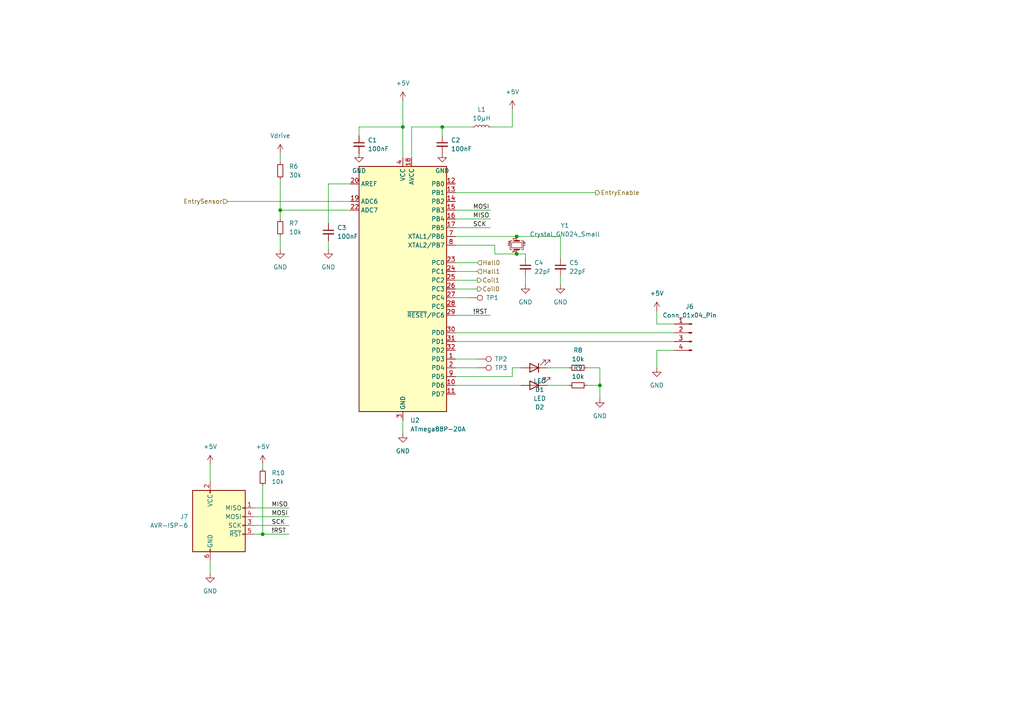
<source format=kicad_sch>
(kicad_sch
	(version 20250114)
	(generator "eeschema")
	(generator_version "9.0")
	(uuid "0b1c13df-f5a8-4f12-b86c-5ee2b9e8ddcd")
	(paper "A4")
	(lib_symbols
		(symbol "Connector:AVR-ISP-6"
			(pin_names
				(offset 1.016)
			)
			(exclude_from_sim no)
			(in_bom yes)
			(on_board yes)
			(property "Reference" "J"
				(at -6.35 11.43 0)
				(effects
					(font
						(size 1.27 1.27)
					)
					(justify left)
				)
			)
			(property "Value" "AVR-ISP-6"
				(at 0 11.43 0)
				(effects
					(font
						(size 1.27 1.27)
					)
					(justify left)
				)
			)
			(property "Footprint" ""
				(at -6.35 1.27 90)
				(effects
					(font
						(size 1.27 1.27)
					)
					(hide yes)
				)
			)
			(property "Datasheet" "~"
				(at -32.385 -13.97 0)
				(effects
					(font
						(size 1.27 1.27)
					)
					(hide yes)
				)
			)
			(property "Description" "Atmel 6-pin ISP connector"
				(at 0 0 0)
				(effects
					(font
						(size 1.27 1.27)
					)
					(hide yes)
				)
			)
			(property "ki_keywords" "AVR ISP Connector"
				(at 0 0 0)
				(effects
					(font
						(size 1.27 1.27)
					)
					(hide yes)
				)
			)
			(property "ki_fp_filters" "IDC?Header*2x03* Pin?Header*2x03*"
				(at 0 0 0)
				(effects
					(font
						(size 1.27 1.27)
					)
					(hide yes)
				)
			)
			(symbol "AVR-ISP-6_0_1"
				(rectangle
					(start -2.667 10.16)
					(end -2.413 9.398)
					(stroke
						(width 0)
						(type default)
					)
					(fill
						(type none)
					)
				)
				(rectangle
					(start -2.667 -6.858)
					(end -2.413 -7.62)
					(stroke
						(width 0)
						(type default)
					)
					(fill
						(type none)
					)
				)
				(rectangle
					(start 7.62 10.16)
					(end -7.62 -7.62)
					(stroke
						(width 0.254)
						(type default)
					)
					(fill
						(type background)
					)
				)
				(rectangle
					(start 7.62 5.207)
					(end 6.858 4.953)
					(stroke
						(width 0)
						(type default)
					)
					(fill
						(type none)
					)
				)
				(rectangle
					(start 7.62 2.667)
					(end 6.858 2.413)
					(stroke
						(width 0)
						(type default)
					)
					(fill
						(type none)
					)
				)
				(rectangle
					(start 7.62 0.127)
					(end 6.858 -0.127)
					(stroke
						(width 0)
						(type default)
					)
					(fill
						(type none)
					)
				)
				(rectangle
					(start 7.62 -2.413)
					(end 6.858 -2.667)
					(stroke
						(width 0)
						(type default)
					)
					(fill
						(type none)
					)
				)
			)
			(symbol "AVR-ISP-6_1_1"
				(pin passive line
					(at -2.54 12.7 270)
					(length 2.54)
					(name "VCC"
						(effects
							(font
								(size 1.27 1.27)
							)
						)
					)
					(number "2"
						(effects
							(font
								(size 1.27 1.27)
							)
						)
					)
				)
				(pin passive line
					(at -2.54 -10.16 90)
					(length 2.54)
					(name "GND"
						(effects
							(font
								(size 1.27 1.27)
							)
						)
					)
					(number "6"
						(effects
							(font
								(size 1.27 1.27)
							)
						)
					)
				)
				(pin passive line
					(at 10.16 5.08 180)
					(length 2.54)
					(name "MISO"
						(effects
							(font
								(size 1.27 1.27)
							)
						)
					)
					(number "1"
						(effects
							(font
								(size 1.27 1.27)
							)
						)
					)
				)
				(pin passive line
					(at 10.16 2.54 180)
					(length 2.54)
					(name "MOSI"
						(effects
							(font
								(size 1.27 1.27)
							)
						)
					)
					(number "4"
						(effects
							(font
								(size 1.27 1.27)
							)
						)
					)
				)
				(pin passive line
					(at 10.16 0 180)
					(length 2.54)
					(name "SCK"
						(effects
							(font
								(size 1.27 1.27)
							)
						)
					)
					(number "3"
						(effects
							(font
								(size 1.27 1.27)
							)
						)
					)
				)
				(pin passive line
					(at 10.16 -2.54 180)
					(length 2.54)
					(name "~{RST}"
						(effects
							(font
								(size 1.27 1.27)
							)
						)
					)
					(number "5"
						(effects
							(font
								(size 1.27 1.27)
							)
						)
					)
				)
			)
			(embedded_fonts no)
		)
		(symbol "Connector:Conn_01x04_Pin"
			(pin_names
				(offset 1.016)
				(hide yes)
			)
			(exclude_from_sim no)
			(in_bom yes)
			(on_board yes)
			(property "Reference" "J"
				(at 0 5.08 0)
				(effects
					(font
						(size 1.27 1.27)
					)
				)
			)
			(property "Value" "Conn_01x04_Pin"
				(at 0 -7.62 0)
				(effects
					(font
						(size 1.27 1.27)
					)
				)
			)
			(property "Footprint" ""
				(at 0 0 0)
				(effects
					(font
						(size 1.27 1.27)
					)
					(hide yes)
				)
			)
			(property "Datasheet" "~"
				(at 0 0 0)
				(effects
					(font
						(size 1.27 1.27)
					)
					(hide yes)
				)
			)
			(property "Description" "Generic connector, single row, 01x04, script generated"
				(at 0 0 0)
				(effects
					(font
						(size 1.27 1.27)
					)
					(hide yes)
				)
			)
			(property "ki_locked" ""
				(at 0 0 0)
				(effects
					(font
						(size 1.27 1.27)
					)
				)
			)
			(property "ki_keywords" "connector"
				(at 0 0 0)
				(effects
					(font
						(size 1.27 1.27)
					)
					(hide yes)
				)
			)
			(property "ki_fp_filters" "Connector*:*_1x??_*"
				(at 0 0 0)
				(effects
					(font
						(size 1.27 1.27)
					)
					(hide yes)
				)
			)
			(symbol "Conn_01x04_Pin_1_1"
				(rectangle
					(start 0.8636 2.667)
					(end 0 2.413)
					(stroke
						(width 0.1524)
						(type default)
					)
					(fill
						(type outline)
					)
				)
				(rectangle
					(start 0.8636 0.127)
					(end 0 -0.127)
					(stroke
						(width 0.1524)
						(type default)
					)
					(fill
						(type outline)
					)
				)
				(rectangle
					(start 0.8636 -2.413)
					(end 0 -2.667)
					(stroke
						(width 0.1524)
						(type default)
					)
					(fill
						(type outline)
					)
				)
				(rectangle
					(start 0.8636 -4.953)
					(end 0 -5.207)
					(stroke
						(width 0.1524)
						(type default)
					)
					(fill
						(type outline)
					)
				)
				(polyline
					(pts
						(xy 1.27 2.54) (xy 0.8636 2.54)
					)
					(stroke
						(width 0.1524)
						(type default)
					)
					(fill
						(type none)
					)
				)
				(polyline
					(pts
						(xy 1.27 0) (xy 0.8636 0)
					)
					(stroke
						(width 0.1524)
						(type default)
					)
					(fill
						(type none)
					)
				)
				(polyline
					(pts
						(xy 1.27 -2.54) (xy 0.8636 -2.54)
					)
					(stroke
						(width 0.1524)
						(type default)
					)
					(fill
						(type none)
					)
				)
				(polyline
					(pts
						(xy 1.27 -5.08) (xy 0.8636 -5.08)
					)
					(stroke
						(width 0.1524)
						(type default)
					)
					(fill
						(type none)
					)
				)
				(pin passive line
					(at 5.08 2.54 180)
					(length 3.81)
					(name "Pin_1"
						(effects
							(font
								(size 1.27 1.27)
							)
						)
					)
					(number "1"
						(effects
							(font
								(size 1.27 1.27)
							)
						)
					)
				)
				(pin passive line
					(at 5.08 0 180)
					(length 3.81)
					(name "Pin_2"
						(effects
							(font
								(size 1.27 1.27)
							)
						)
					)
					(number "2"
						(effects
							(font
								(size 1.27 1.27)
							)
						)
					)
				)
				(pin passive line
					(at 5.08 -2.54 180)
					(length 3.81)
					(name "Pin_3"
						(effects
							(font
								(size 1.27 1.27)
							)
						)
					)
					(number "3"
						(effects
							(font
								(size 1.27 1.27)
							)
						)
					)
				)
				(pin passive line
					(at 5.08 -5.08 180)
					(length 3.81)
					(name "Pin_4"
						(effects
							(font
								(size 1.27 1.27)
							)
						)
					)
					(number "4"
						(effects
							(font
								(size 1.27 1.27)
							)
						)
					)
				)
			)
			(embedded_fonts no)
		)
		(symbol "Connector:TestPoint"
			(pin_numbers
				(hide yes)
			)
			(pin_names
				(offset 0.762)
				(hide yes)
			)
			(exclude_from_sim no)
			(in_bom yes)
			(on_board yes)
			(property "Reference" "TP"
				(at 0 6.858 0)
				(effects
					(font
						(size 1.27 1.27)
					)
				)
			)
			(property "Value" "TestPoint"
				(at 0 5.08 0)
				(effects
					(font
						(size 1.27 1.27)
					)
				)
			)
			(property "Footprint" ""
				(at 5.08 0 0)
				(effects
					(font
						(size 1.27 1.27)
					)
					(hide yes)
				)
			)
			(property "Datasheet" "~"
				(at 5.08 0 0)
				(effects
					(font
						(size 1.27 1.27)
					)
					(hide yes)
				)
			)
			(property "Description" "test point"
				(at 0 0 0)
				(effects
					(font
						(size 1.27 1.27)
					)
					(hide yes)
				)
			)
			(property "ki_keywords" "test point tp"
				(at 0 0 0)
				(effects
					(font
						(size 1.27 1.27)
					)
					(hide yes)
				)
			)
			(property "ki_fp_filters" "Pin* Test*"
				(at 0 0 0)
				(effects
					(font
						(size 1.27 1.27)
					)
					(hide yes)
				)
			)
			(symbol "TestPoint_0_1"
				(circle
					(center 0 3.302)
					(radius 0.762)
					(stroke
						(width 0)
						(type default)
					)
					(fill
						(type none)
					)
				)
			)
			(symbol "TestPoint_1_1"
				(pin passive line
					(at 0 0 90)
					(length 2.54)
					(name "1"
						(effects
							(font
								(size 1.27 1.27)
							)
						)
					)
					(number "1"
						(effects
							(font
								(size 1.27 1.27)
							)
						)
					)
				)
			)
			(embedded_fonts no)
		)
		(symbol "Device:C_Small"
			(pin_numbers
				(hide yes)
			)
			(pin_names
				(offset 0.254)
				(hide yes)
			)
			(exclude_from_sim no)
			(in_bom yes)
			(on_board yes)
			(property "Reference" "C"
				(at 0.254 1.778 0)
				(effects
					(font
						(size 1.27 1.27)
					)
					(justify left)
				)
			)
			(property "Value" "C_Small"
				(at 0.254 -2.032 0)
				(effects
					(font
						(size 1.27 1.27)
					)
					(justify left)
				)
			)
			(property "Footprint" ""
				(at 0 0 0)
				(effects
					(font
						(size 1.27 1.27)
					)
					(hide yes)
				)
			)
			(property "Datasheet" "~"
				(at 0 0 0)
				(effects
					(font
						(size 1.27 1.27)
					)
					(hide yes)
				)
			)
			(property "Description" "Unpolarized capacitor, small symbol"
				(at 0 0 0)
				(effects
					(font
						(size 1.27 1.27)
					)
					(hide yes)
				)
			)
			(property "ki_keywords" "capacitor cap"
				(at 0 0 0)
				(effects
					(font
						(size 1.27 1.27)
					)
					(hide yes)
				)
			)
			(property "ki_fp_filters" "C_*"
				(at 0 0 0)
				(effects
					(font
						(size 1.27 1.27)
					)
					(hide yes)
				)
			)
			(symbol "C_Small_0_1"
				(polyline
					(pts
						(xy -1.524 0.508) (xy 1.524 0.508)
					)
					(stroke
						(width 0.3048)
						(type default)
					)
					(fill
						(type none)
					)
				)
				(polyline
					(pts
						(xy -1.524 -0.508) (xy 1.524 -0.508)
					)
					(stroke
						(width 0.3302)
						(type default)
					)
					(fill
						(type none)
					)
				)
			)
			(symbol "C_Small_1_1"
				(pin passive line
					(at 0 2.54 270)
					(length 2.032)
					(name "~"
						(effects
							(font
								(size 1.27 1.27)
							)
						)
					)
					(number "1"
						(effects
							(font
								(size 1.27 1.27)
							)
						)
					)
				)
				(pin passive line
					(at 0 -2.54 90)
					(length 2.032)
					(name "~"
						(effects
							(font
								(size 1.27 1.27)
							)
						)
					)
					(number "2"
						(effects
							(font
								(size 1.27 1.27)
							)
						)
					)
				)
			)
			(embedded_fonts no)
		)
		(symbol "Device:Crystal_GND24_Small"
			(pin_names
				(offset 1.016)
				(hide yes)
			)
			(exclude_from_sim no)
			(in_bom yes)
			(on_board yes)
			(property "Reference" "Y"
				(at 1.27 4.445 0)
				(effects
					(font
						(size 1.27 1.27)
					)
					(justify left)
				)
			)
			(property "Value" "Crystal_GND24_Small"
				(at 1.27 2.54 0)
				(effects
					(font
						(size 1.27 1.27)
					)
					(justify left)
				)
			)
			(property "Footprint" ""
				(at 0 0 0)
				(effects
					(font
						(size 1.27 1.27)
					)
					(hide yes)
				)
			)
			(property "Datasheet" "~"
				(at 0 0 0)
				(effects
					(font
						(size 1.27 1.27)
					)
					(hide yes)
				)
			)
			(property "Description" "Four pin crystal, GND on pins 2 and 4, small symbol"
				(at 0 0 0)
				(effects
					(font
						(size 1.27 1.27)
					)
					(hide yes)
				)
			)
			(property "ki_keywords" "quartz ceramic resonator oscillator"
				(at 0 0 0)
				(effects
					(font
						(size 1.27 1.27)
					)
					(hide yes)
				)
			)
			(property "ki_fp_filters" "Crystal*"
				(at 0 0 0)
				(effects
					(font
						(size 1.27 1.27)
					)
					(hide yes)
				)
			)
			(symbol "Crystal_GND24_Small_0_1"
				(polyline
					(pts
						(xy -1.27 1.27) (xy -1.27 1.905) (xy 1.27 1.905) (xy 1.27 1.27)
					)
					(stroke
						(width 0)
						(type default)
					)
					(fill
						(type none)
					)
				)
				(polyline
					(pts
						(xy -1.27 -0.762) (xy -1.27 0.762)
					)
					(stroke
						(width 0.381)
						(type default)
					)
					(fill
						(type none)
					)
				)
				(polyline
					(pts
						(xy -1.27 -1.27) (xy -1.27 -1.905) (xy 1.27 -1.905) (xy 1.27 -1.27)
					)
					(stroke
						(width 0)
						(type default)
					)
					(fill
						(type none)
					)
				)
				(rectangle
					(start -0.762 -1.524)
					(end 0.762 1.524)
					(stroke
						(width 0)
						(type default)
					)
					(fill
						(type none)
					)
				)
				(polyline
					(pts
						(xy 1.27 -0.762) (xy 1.27 0.762)
					)
					(stroke
						(width 0.381)
						(type default)
					)
					(fill
						(type none)
					)
				)
			)
			(symbol "Crystal_GND24_Small_1_1"
				(pin passive line
					(at -2.54 0 0)
					(length 1.27)
					(name "1"
						(effects
							(font
								(size 1.27 1.27)
							)
						)
					)
					(number "1"
						(effects
							(font
								(size 0.762 0.762)
							)
						)
					)
				)
				(pin passive line
					(at 0 2.54 270)
					(length 0.635)
					(name "4"
						(effects
							(font
								(size 1.27 1.27)
							)
						)
					)
					(number "4"
						(effects
							(font
								(size 0.762 0.762)
							)
						)
					)
				)
				(pin passive line
					(at 0 -2.54 90)
					(length 0.635)
					(name "2"
						(effects
							(font
								(size 1.27 1.27)
							)
						)
					)
					(number "2"
						(effects
							(font
								(size 0.762 0.762)
							)
						)
					)
				)
				(pin passive line
					(at 2.54 0 180)
					(length 1.27)
					(name "3"
						(effects
							(font
								(size 1.27 1.27)
							)
						)
					)
					(number "3"
						(effects
							(font
								(size 0.762 0.762)
							)
						)
					)
				)
			)
			(embedded_fonts no)
		)
		(symbol "Device:LED"
			(pin_numbers
				(hide yes)
			)
			(pin_names
				(offset 1.016)
				(hide yes)
			)
			(exclude_from_sim no)
			(in_bom yes)
			(on_board yes)
			(property "Reference" "D"
				(at 0 2.54 0)
				(effects
					(font
						(size 1.27 1.27)
					)
				)
			)
			(property "Value" "LED"
				(at 0 -2.54 0)
				(effects
					(font
						(size 1.27 1.27)
					)
				)
			)
			(property "Footprint" ""
				(at 0 0 0)
				(effects
					(font
						(size 1.27 1.27)
					)
					(hide yes)
				)
			)
			(property "Datasheet" "~"
				(at 0 0 0)
				(effects
					(font
						(size 1.27 1.27)
					)
					(hide yes)
				)
			)
			(property "Description" "Light emitting diode"
				(at 0 0 0)
				(effects
					(font
						(size 1.27 1.27)
					)
					(hide yes)
				)
			)
			(property "Sim.Pins" "1=K 2=A"
				(at 0 0 0)
				(effects
					(font
						(size 1.27 1.27)
					)
					(hide yes)
				)
			)
			(property "ki_keywords" "LED diode"
				(at 0 0 0)
				(effects
					(font
						(size 1.27 1.27)
					)
					(hide yes)
				)
			)
			(property "ki_fp_filters" "LED* LED_SMD:* LED_THT:*"
				(at 0 0 0)
				(effects
					(font
						(size 1.27 1.27)
					)
					(hide yes)
				)
			)
			(symbol "LED_0_1"
				(polyline
					(pts
						(xy -3.048 -0.762) (xy -4.572 -2.286) (xy -3.81 -2.286) (xy -4.572 -2.286) (xy -4.572 -1.524)
					)
					(stroke
						(width 0)
						(type default)
					)
					(fill
						(type none)
					)
				)
				(polyline
					(pts
						(xy -1.778 -0.762) (xy -3.302 -2.286) (xy -2.54 -2.286) (xy -3.302 -2.286) (xy -3.302 -1.524)
					)
					(stroke
						(width 0)
						(type default)
					)
					(fill
						(type none)
					)
				)
				(polyline
					(pts
						(xy -1.27 0) (xy 1.27 0)
					)
					(stroke
						(width 0)
						(type default)
					)
					(fill
						(type none)
					)
				)
				(polyline
					(pts
						(xy -1.27 -1.27) (xy -1.27 1.27)
					)
					(stroke
						(width 0.254)
						(type default)
					)
					(fill
						(type none)
					)
				)
				(polyline
					(pts
						(xy 1.27 -1.27) (xy 1.27 1.27) (xy -1.27 0) (xy 1.27 -1.27)
					)
					(stroke
						(width 0.254)
						(type default)
					)
					(fill
						(type none)
					)
				)
			)
			(symbol "LED_1_1"
				(pin passive line
					(at -3.81 0 0)
					(length 2.54)
					(name "K"
						(effects
							(font
								(size 1.27 1.27)
							)
						)
					)
					(number "1"
						(effects
							(font
								(size 1.27 1.27)
							)
						)
					)
				)
				(pin passive line
					(at 3.81 0 180)
					(length 2.54)
					(name "A"
						(effects
							(font
								(size 1.27 1.27)
							)
						)
					)
					(number "2"
						(effects
							(font
								(size 1.27 1.27)
							)
						)
					)
				)
			)
			(embedded_fonts no)
		)
		(symbol "Device:L_Small"
			(pin_numbers
				(hide yes)
			)
			(pin_names
				(offset 0.254)
				(hide yes)
			)
			(exclude_from_sim no)
			(in_bom yes)
			(on_board yes)
			(property "Reference" "L"
				(at 0.762 1.016 0)
				(effects
					(font
						(size 1.27 1.27)
					)
					(justify left)
				)
			)
			(property "Value" "L_Small"
				(at 0.762 -1.016 0)
				(effects
					(font
						(size 1.27 1.27)
					)
					(justify left)
				)
			)
			(property "Footprint" ""
				(at 0 0 0)
				(effects
					(font
						(size 1.27 1.27)
					)
					(hide yes)
				)
			)
			(property "Datasheet" "~"
				(at 0 0 0)
				(effects
					(font
						(size 1.27 1.27)
					)
					(hide yes)
				)
			)
			(property "Description" "Inductor, small symbol"
				(at 0 0 0)
				(effects
					(font
						(size 1.27 1.27)
					)
					(hide yes)
				)
			)
			(property "ki_keywords" "inductor choke coil reactor magnetic"
				(at 0 0 0)
				(effects
					(font
						(size 1.27 1.27)
					)
					(hide yes)
				)
			)
			(property "ki_fp_filters" "Choke_* *Coil* Inductor_* L_*"
				(at 0 0 0)
				(effects
					(font
						(size 1.27 1.27)
					)
					(hide yes)
				)
			)
			(symbol "L_Small_0_1"
				(arc
					(start 0 2.032)
					(mid 0.5058 1.524)
					(end 0 1.016)
					(stroke
						(width 0)
						(type default)
					)
					(fill
						(type none)
					)
				)
				(arc
					(start 0 1.016)
					(mid 0.5058 0.508)
					(end 0 0)
					(stroke
						(width 0)
						(type default)
					)
					(fill
						(type none)
					)
				)
				(arc
					(start 0 0)
					(mid 0.5058 -0.508)
					(end 0 -1.016)
					(stroke
						(width 0)
						(type default)
					)
					(fill
						(type none)
					)
				)
				(arc
					(start 0 -1.016)
					(mid 0.5058 -1.524)
					(end 0 -2.032)
					(stroke
						(width 0)
						(type default)
					)
					(fill
						(type none)
					)
				)
			)
			(symbol "L_Small_1_1"
				(pin passive line
					(at 0 2.54 270)
					(length 0.508)
					(name "~"
						(effects
							(font
								(size 1.27 1.27)
							)
						)
					)
					(number "1"
						(effects
							(font
								(size 1.27 1.27)
							)
						)
					)
				)
				(pin passive line
					(at 0 -2.54 90)
					(length 0.508)
					(name "~"
						(effects
							(font
								(size 1.27 1.27)
							)
						)
					)
					(number "2"
						(effects
							(font
								(size 1.27 1.27)
							)
						)
					)
				)
			)
			(embedded_fonts no)
		)
		(symbol "Device:R_Small"
			(pin_numbers
				(hide yes)
			)
			(pin_names
				(offset 0.254)
				(hide yes)
			)
			(exclude_from_sim no)
			(in_bom yes)
			(on_board yes)
			(property "Reference" "R"
				(at 0.762 0.508 0)
				(effects
					(font
						(size 1.27 1.27)
					)
					(justify left)
				)
			)
			(property "Value" "R_Small"
				(at 0.762 -1.016 0)
				(effects
					(font
						(size 1.27 1.27)
					)
					(justify left)
				)
			)
			(property "Footprint" ""
				(at 0 0 0)
				(effects
					(font
						(size 1.27 1.27)
					)
					(hide yes)
				)
			)
			(property "Datasheet" "~"
				(at 0 0 0)
				(effects
					(font
						(size 1.27 1.27)
					)
					(hide yes)
				)
			)
			(property "Description" "Resistor, small symbol"
				(at 0 0 0)
				(effects
					(font
						(size 1.27 1.27)
					)
					(hide yes)
				)
			)
			(property "ki_keywords" "R resistor"
				(at 0 0 0)
				(effects
					(font
						(size 1.27 1.27)
					)
					(hide yes)
				)
			)
			(property "ki_fp_filters" "R_*"
				(at 0 0 0)
				(effects
					(font
						(size 1.27 1.27)
					)
					(hide yes)
				)
			)
			(symbol "R_Small_0_1"
				(rectangle
					(start -0.762 1.778)
					(end 0.762 -1.778)
					(stroke
						(width 0.2032)
						(type default)
					)
					(fill
						(type none)
					)
				)
			)
			(symbol "R_Small_1_1"
				(pin passive line
					(at 0 2.54 270)
					(length 0.762)
					(name "~"
						(effects
							(font
								(size 1.27 1.27)
							)
						)
					)
					(number "1"
						(effects
							(font
								(size 1.27 1.27)
							)
						)
					)
				)
				(pin passive line
					(at 0 -2.54 90)
					(length 0.762)
					(name "~"
						(effects
							(font
								(size 1.27 1.27)
							)
						)
					)
					(number "2"
						(effects
							(font
								(size 1.27 1.27)
							)
						)
					)
				)
			)
			(embedded_fonts no)
		)
		(symbol "MCU_Microchip_ATmega:ATmega88P-20A"
			(exclude_from_sim no)
			(in_bom yes)
			(on_board yes)
			(property "Reference" "U"
				(at -12.7 36.83 0)
				(effects
					(font
						(size 1.27 1.27)
					)
					(justify left bottom)
				)
			)
			(property "Value" "ATmega88P-20A"
				(at 2.54 -36.83 0)
				(effects
					(font
						(size 1.27 1.27)
					)
					(justify left top)
				)
			)
			(property "Footprint" "Package_QFP:TQFP-32_7x7mm_P0.8mm"
				(at 0 0 0)
				(effects
					(font
						(size 1.27 1.27)
						(italic yes)
					)
					(hide yes)
				)
			)
			(property "Datasheet" "http://ww1.microchip.com/downloads/en/DeviceDoc/Atmel-8025-8-bit-AVR-Microcontroller-ATmega48P-88P-168P_Datasheet.pdf"
				(at 0 0 0)
				(effects
					(font
						(size 1.27 1.27)
					)
					(hide yes)
				)
			)
			(property "Description" "20MHz, 8kB Flash, 1kB SRAM, 512B EEPROM, TQFP-32"
				(at 0 0 0)
				(effects
					(font
						(size 1.27 1.27)
					)
					(hide yes)
				)
			)
			(property "ki_keywords" "AVR 8bit Microcontroller MegaAVR"
				(at 0 0 0)
				(effects
					(font
						(size 1.27 1.27)
					)
					(hide yes)
				)
			)
			(property "ki_fp_filters" "TQFP*7x7mm*P0.8mm*"
				(at 0 0 0)
				(effects
					(font
						(size 1.27 1.27)
					)
					(hide yes)
				)
			)
			(symbol "ATmega88P-20A_0_1"
				(rectangle
					(start -12.7 -35.56)
					(end 12.7 35.56)
					(stroke
						(width 0.254)
						(type default)
					)
					(fill
						(type background)
					)
				)
			)
			(symbol "ATmega88P-20A_1_1"
				(pin passive line
					(at -15.24 30.48 0)
					(length 2.54)
					(name "AREF"
						(effects
							(font
								(size 1.27 1.27)
							)
						)
					)
					(number "20"
						(effects
							(font
								(size 1.27 1.27)
							)
						)
					)
				)
				(pin input line
					(at -15.24 25.4 0)
					(length 2.54)
					(name "ADC6"
						(effects
							(font
								(size 1.27 1.27)
							)
						)
					)
					(number "19"
						(effects
							(font
								(size 1.27 1.27)
							)
						)
					)
				)
				(pin input line
					(at -15.24 22.86 0)
					(length 2.54)
					(name "ADC7"
						(effects
							(font
								(size 1.27 1.27)
							)
						)
					)
					(number "22"
						(effects
							(font
								(size 1.27 1.27)
							)
						)
					)
				)
				(pin power_in line
					(at 0 38.1 270)
					(length 2.54)
					(name "VCC"
						(effects
							(font
								(size 1.27 1.27)
							)
						)
					)
					(number "4"
						(effects
							(font
								(size 1.27 1.27)
							)
						)
					)
				)
				(pin passive line
					(at 0 38.1 270)
					(length 2.54)
					(hide yes)
					(name "VCC"
						(effects
							(font
								(size 1.27 1.27)
							)
						)
					)
					(number "6"
						(effects
							(font
								(size 1.27 1.27)
							)
						)
					)
				)
				(pin passive line
					(at 0 -38.1 90)
					(length 2.54)
					(hide yes)
					(name "GND"
						(effects
							(font
								(size 1.27 1.27)
							)
						)
					)
					(number "21"
						(effects
							(font
								(size 1.27 1.27)
							)
						)
					)
				)
				(pin power_in line
					(at 0 -38.1 90)
					(length 2.54)
					(name "GND"
						(effects
							(font
								(size 1.27 1.27)
							)
						)
					)
					(number "3"
						(effects
							(font
								(size 1.27 1.27)
							)
						)
					)
				)
				(pin passive line
					(at 0 -38.1 90)
					(length 2.54)
					(hide yes)
					(name "GND"
						(effects
							(font
								(size 1.27 1.27)
							)
						)
					)
					(number "5"
						(effects
							(font
								(size 1.27 1.27)
							)
						)
					)
				)
				(pin power_in line
					(at 2.54 38.1 270)
					(length 2.54)
					(name "AVCC"
						(effects
							(font
								(size 1.27 1.27)
							)
						)
					)
					(number "18"
						(effects
							(font
								(size 1.27 1.27)
							)
						)
					)
				)
				(pin bidirectional line
					(at 15.24 30.48 180)
					(length 2.54)
					(name "PB0"
						(effects
							(font
								(size 1.27 1.27)
							)
						)
					)
					(number "12"
						(effects
							(font
								(size 1.27 1.27)
							)
						)
					)
				)
				(pin bidirectional line
					(at 15.24 27.94 180)
					(length 2.54)
					(name "PB1"
						(effects
							(font
								(size 1.27 1.27)
							)
						)
					)
					(number "13"
						(effects
							(font
								(size 1.27 1.27)
							)
						)
					)
				)
				(pin bidirectional line
					(at 15.24 25.4 180)
					(length 2.54)
					(name "PB2"
						(effects
							(font
								(size 1.27 1.27)
							)
						)
					)
					(number "14"
						(effects
							(font
								(size 1.27 1.27)
							)
						)
					)
				)
				(pin bidirectional line
					(at 15.24 22.86 180)
					(length 2.54)
					(name "PB3"
						(effects
							(font
								(size 1.27 1.27)
							)
						)
					)
					(number "15"
						(effects
							(font
								(size 1.27 1.27)
							)
						)
					)
				)
				(pin bidirectional line
					(at 15.24 20.32 180)
					(length 2.54)
					(name "PB4"
						(effects
							(font
								(size 1.27 1.27)
							)
						)
					)
					(number "16"
						(effects
							(font
								(size 1.27 1.27)
							)
						)
					)
				)
				(pin bidirectional line
					(at 15.24 17.78 180)
					(length 2.54)
					(name "PB5"
						(effects
							(font
								(size 1.27 1.27)
							)
						)
					)
					(number "17"
						(effects
							(font
								(size 1.27 1.27)
							)
						)
					)
				)
				(pin bidirectional line
					(at 15.24 15.24 180)
					(length 2.54)
					(name "XTAL1/PB6"
						(effects
							(font
								(size 1.27 1.27)
							)
						)
					)
					(number "7"
						(effects
							(font
								(size 1.27 1.27)
							)
						)
					)
				)
				(pin bidirectional line
					(at 15.24 12.7 180)
					(length 2.54)
					(name "XTAL2/PB7"
						(effects
							(font
								(size 1.27 1.27)
							)
						)
					)
					(number "8"
						(effects
							(font
								(size 1.27 1.27)
							)
						)
					)
				)
				(pin bidirectional line
					(at 15.24 7.62 180)
					(length 2.54)
					(name "PC0"
						(effects
							(font
								(size 1.27 1.27)
							)
						)
					)
					(number "23"
						(effects
							(font
								(size 1.27 1.27)
							)
						)
					)
				)
				(pin bidirectional line
					(at 15.24 5.08 180)
					(length 2.54)
					(name "PC1"
						(effects
							(font
								(size 1.27 1.27)
							)
						)
					)
					(number "24"
						(effects
							(font
								(size 1.27 1.27)
							)
						)
					)
				)
				(pin bidirectional line
					(at 15.24 2.54 180)
					(length 2.54)
					(name "PC2"
						(effects
							(font
								(size 1.27 1.27)
							)
						)
					)
					(number "25"
						(effects
							(font
								(size 1.27 1.27)
							)
						)
					)
				)
				(pin bidirectional line
					(at 15.24 0 180)
					(length 2.54)
					(name "PC3"
						(effects
							(font
								(size 1.27 1.27)
							)
						)
					)
					(number "26"
						(effects
							(font
								(size 1.27 1.27)
							)
						)
					)
				)
				(pin bidirectional line
					(at 15.24 -2.54 180)
					(length 2.54)
					(name "PC4"
						(effects
							(font
								(size 1.27 1.27)
							)
						)
					)
					(number "27"
						(effects
							(font
								(size 1.27 1.27)
							)
						)
					)
				)
				(pin bidirectional line
					(at 15.24 -5.08 180)
					(length 2.54)
					(name "PC5"
						(effects
							(font
								(size 1.27 1.27)
							)
						)
					)
					(number "28"
						(effects
							(font
								(size 1.27 1.27)
							)
						)
					)
				)
				(pin bidirectional line
					(at 15.24 -7.62 180)
					(length 2.54)
					(name "~{RESET}/PC6"
						(effects
							(font
								(size 1.27 1.27)
							)
						)
					)
					(number "29"
						(effects
							(font
								(size 1.27 1.27)
							)
						)
					)
				)
				(pin bidirectional line
					(at 15.24 -12.7 180)
					(length 2.54)
					(name "PD0"
						(effects
							(font
								(size 1.27 1.27)
							)
						)
					)
					(number "30"
						(effects
							(font
								(size 1.27 1.27)
							)
						)
					)
				)
				(pin bidirectional line
					(at 15.24 -15.24 180)
					(length 2.54)
					(name "PD1"
						(effects
							(font
								(size 1.27 1.27)
							)
						)
					)
					(number "31"
						(effects
							(font
								(size 1.27 1.27)
							)
						)
					)
				)
				(pin bidirectional line
					(at 15.24 -17.78 180)
					(length 2.54)
					(name "PD2"
						(effects
							(font
								(size 1.27 1.27)
							)
						)
					)
					(number "32"
						(effects
							(font
								(size 1.27 1.27)
							)
						)
					)
				)
				(pin bidirectional line
					(at 15.24 -20.32 180)
					(length 2.54)
					(name "PD3"
						(effects
							(font
								(size 1.27 1.27)
							)
						)
					)
					(number "1"
						(effects
							(font
								(size 1.27 1.27)
							)
						)
					)
				)
				(pin bidirectional line
					(at 15.24 -22.86 180)
					(length 2.54)
					(name "PD4"
						(effects
							(font
								(size 1.27 1.27)
							)
						)
					)
					(number "2"
						(effects
							(font
								(size 1.27 1.27)
							)
						)
					)
				)
				(pin bidirectional line
					(at 15.24 -25.4 180)
					(length 2.54)
					(name "PD5"
						(effects
							(font
								(size 1.27 1.27)
							)
						)
					)
					(number "9"
						(effects
							(font
								(size 1.27 1.27)
							)
						)
					)
				)
				(pin bidirectional line
					(at 15.24 -27.94 180)
					(length 2.54)
					(name "PD6"
						(effects
							(font
								(size 1.27 1.27)
							)
						)
					)
					(number "10"
						(effects
							(font
								(size 1.27 1.27)
							)
						)
					)
				)
				(pin bidirectional line
					(at 15.24 -30.48 180)
					(length 2.54)
					(name "PD7"
						(effects
							(font
								(size 1.27 1.27)
							)
						)
					)
					(number "11"
						(effects
							(font
								(size 1.27 1.27)
							)
						)
					)
				)
			)
			(embedded_fonts no)
		)
		(symbol "power:+5V"
			(power)
			(pin_numbers
				(hide yes)
			)
			(pin_names
				(offset 0)
				(hide yes)
			)
			(exclude_from_sim no)
			(in_bom yes)
			(on_board yes)
			(property "Reference" "#PWR"
				(at 0 -3.81 0)
				(effects
					(font
						(size 1.27 1.27)
					)
					(hide yes)
				)
			)
			(property "Value" "+5V"
				(at 0 3.556 0)
				(effects
					(font
						(size 1.27 1.27)
					)
				)
			)
			(property "Footprint" ""
				(at 0 0 0)
				(effects
					(font
						(size 1.27 1.27)
					)
					(hide yes)
				)
			)
			(property "Datasheet" ""
				(at 0 0 0)
				(effects
					(font
						(size 1.27 1.27)
					)
					(hide yes)
				)
			)
			(property "Description" "Power symbol creates a global label with name \"+5V\""
				(at 0 0 0)
				(effects
					(font
						(size 1.27 1.27)
					)
					(hide yes)
				)
			)
			(property "ki_keywords" "global power"
				(at 0 0 0)
				(effects
					(font
						(size 1.27 1.27)
					)
					(hide yes)
				)
			)
			(symbol "+5V_0_1"
				(polyline
					(pts
						(xy -0.762 1.27) (xy 0 2.54)
					)
					(stroke
						(width 0)
						(type default)
					)
					(fill
						(type none)
					)
				)
				(polyline
					(pts
						(xy 0 2.54) (xy 0.762 1.27)
					)
					(stroke
						(width 0)
						(type default)
					)
					(fill
						(type none)
					)
				)
				(polyline
					(pts
						(xy 0 0) (xy 0 2.54)
					)
					(stroke
						(width 0)
						(type default)
					)
					(fill
						(type none)
					)
				)
			)
			(symbol "+5V_1_1"
				(pin power_in line
					(at 0 0 90)
					(length 0)
					(name "~"
						(effects
							(font
								(size 1.27 1.27)
							)
						)
					)
					(number "1"
						(effects
							(font
								(size 1.27 1.27)
							)
						)
					)
				)
			)
			(embedded_fonts no)
		)
		(symbol "power:GND"
			(power)
			(pin_numbers
				(hide yes)
			)
			(pin_names
				(offset 0)
				(hide yes)
			)
			(exclude_from_sim no)
			(in_bom yes)
			(on_board yes)
			(property "Reference" "#PWR"
				(at 0 -6.35 0)
				(effects
					(font
						(size 1.27 1.27)
					)
					(hide yes)
				)
			)
			(property "Value" "GND"
				(at 0 -3.81 0)
				(effects
					(font
						(size 1.27 1.27)
					)
				)
			)
			(property "Footprint" ""
				(at 0 0 0)
				(effects
					(font
						(size 1.27 1.27)
					)
					(hide yes)
				)
			)
			(property "Datasheet" ""
				(at 0 0 0)
				(effects
					(font
						(size 1.27 1.27)
					)
					(hide yes)
				)
			)
			(property "Description" "Power symbol creates a global label with name \"GND\" , ground"
				(at 0 0 0)
				(effects
					(font
						(size 1.27 1.27)
					)
					(hide yes)
				)
			)
			(property "ki_keywords" "global power"
				(at 0 0 0)
				(effects
					(font
						(size 1.27 1.27)
					)
					(hide yes)
				)
			)
			(symbol "GND_0_1"
				(polyline
					(pts
						(xy 0 0) (xy 0 -1.27) (xy 1.27 -1.27) (xy 0 -2.54) (xy -1.27 -1.27) (xy 0 -1.27)
					)
					(stroke
						(width 0)
						(type default)
					)
					(fill
						(type none)
					)
				)
			)
			(symbol "GND_1_1"
				(pin power_in line
					(at 0 0 270)
					(length 0)
					(name "~"
						(effects
							(font
								(size 1.27 1.27)
							)
						)
					)
					(number "1"
						(effects
							(font
								(size 1.27 1.27)
							)
						)
					)
				)
			)
			(embedded_fonts no)
		)
		(symbol "power:Vdrive"
			(power)
			(pin_numbers
				(hide yes)
			)
			(pin_names
				(offset 0)
				(hide yes)
			)
			(exclude_from_sim no)
			(in_bom yes)
			(on_board yes)
			(property "Reference" "#PWR"
				(at 0 -3.81 0)
				(effects
					(font
						(size 1.27 1.27)
					)
					(hide yes)
				)
			)
			(property "Value" "Vdrive"
				(at 0 3.556 0)
				(effects
					(font
						(size 1.27 1.27)
					)
				)
			)
			(property "Footprint" ""
				(at 0 0 0)
				(effects
					(font
						(size 1.27 1.27)
					)
					(hide yes)
				)
			)
			(property "Datasheet" ""
				(at 0 0 0)
				(effects
					(font
						(size 1.27 1.27)
					)
					(hide yes)
				)
			)
			(property "Description" "Power symbol creates a global label with name \"Vdrive\""
				(at 0 0 0)
				(effects
					(font
						(size 1.27 1.27)
					)
					(hide yes)
				)
			)
			(property "ki_keywords" "global power"
				(at 0 0 0)
				(effects
					(font
						(size 1.27 1.27)
					)
					(hide yes)
				)
			)
			(symbol "Vdrive_0_1"
				(polyline
					(pts
						(xy -0.762 1.27) (xy 0 2.54)
					)
					(stroke
						(width 0)
						(type default)
					)
					(fill
						(type none)
					)
				)
				(polyline
					(pts
						(xy 0 2.54) (xy 0.762 1.27)
					)
					(stroke
						(width 0)
						(type default)
					)
					(fill
						(type none)
					)
				)
				(polyline
					(pts
						(xy 0 0) (xy 0 2.54)
					)
					(stroke
						(width 0)
						(type default)
					)
					(fill
						(type none)
					)
				)
			)
			(symbol "Vdrive_1_1"
				(pin power_in line
					(at 0 0 90)
					(length 0)
					(name "~"
						(effects
							(font
								(size 1.27 1.27)
							)
						)
					)
					(number "1"
						(effects
							(font
								(size 1.27 1.27)
							)
						)
					)
				)
			)
			(embedded_fonts no)
		)
	)
	(junction
		(at 149.86 73.66)
		(diameter 0)
		(color 0 0 0 0)
		(uuid "2e379766-9369-4663-aaa5-a80787c7d3bf")
	)
	(junction
		(at 76.2 154.94)
		(diameter 0)
		(color 0 0 0 0)
		(uuid "3696afd2-409e-4d42-9794-2cfc87c5f541")
	)
	(junction
		(at 173.99 111.76)
		(diameter 0)
		(color 0 0 0 0)
		(uuid "7fbf1c50-ccf8-4263-8bcb-82707b794ef9")
	)
	(junction
		(at 149.86 68.58)
		(diameter 0)
		(color 0 0 0 0)
		(uuid "bd792ffa-e061-4061-b871-4230153e74e4")
	)
	(junction
		(at 116.84 36.83)
		(diameter 0)
		(color 0 0 0 0)
		(uuid "cc480995-05b7-4c8d-bbd9-b49031ee2e87")
	)
	(junction
		(at 128.27 36.83)
		(diameter 0)
		(color 0 0 0 0)
		(uuid "e1161ee7-6d91-44a0-b0a8-b118d2e46f7c")
	)
	(junction
		(at 81.28 60.96)
		(diameter 0)
		(color 0 0 0 0)
		(uuid "f7083edf-92d8-425b-a998-e644c6768529")
	)
	(wire
		(pts
			(xy 132.08 86.36) (xy 135.89 86.36)
		)
		(stroke
			(width 0)
			(type default)
		)
		(uuid "04091f4c-5515-4319-8ffd-4dd38bf16369")
	)
	(wire
		(pts
			(xy 60.96 134.62) (xy 60.96 139.7)
		)
		(stroke
			(width 0)
			(type default)
		)
		(uuid "0421832b-f65a-4cbc-9782-88a7b5257264")
	)
	(wire
		(pts
			(xy 81.28 68.58) (xy 81.28 72.39)
		)
		(stroke
			(width 0)
			(type default)
		)
		(uuid "05169b14-3772-4eaf-a76b-1baf83f1166f")
	)
	(wire
		(pts
			(xy 148.59 31.75) (xy 148.59 36.83)
		)
		(stroke
			(width 0)
			(type default)
		)
		(uuid "06b376e8-f590-454e-be21-aad15a07d557")
	)
	(wire
		(pts
			(xy 132.08 99.06) (xy 195.58 99.06)
		)
		(stroke
			(width 0)
			(type default)
		)
		(uuid "082e5ff6-b0c6-4283-bb3c-45b3427001e6")
	)
	(wire
		(pts
			(xy 143.51 73.66) (xy 149.86 73.66)
		)
		(stroke
			(width 0)
			(type default)
		)
		(uuid "0b1408e4-fd22-49e8-adaa-a4b2e0aeffe4")
	)
	(wire
		(pts
			(xy 73.66 154.94) (xy 76.2 154.94)
		)
		(stroke
			(width 0)
			(type default)
		)
		(uuid "1568dea6-817f-461c-85ce-b9620956671e")
	)
	(wire
		(pts
			(xy 60.96 162.56) (xy 60.96 166.37)
		)
		(stroke
			(width 0)
			(type default)
		)
		(uuid "1680939c-1737-4bb2-b705-73100f592062")
	)
	(wire
		(pts
			(xy 132.08 71.12) (xy 143.51 71.12)
		)
		(stroke
			(width 0)
			(type default)
		)
		(uuid "1e1f44aa-fedf-4577-aa88-d7156211ccf4")
	)
	(wire
		(pts
			(xy 190.5 93.98) (xy 190.5 90.17)
		)
		(stroke
			(width 0)
			(type default)
		)
		(uuid "1f4b3699-62c3-40a7-9487-863f4ccbb867")
	)
	(wire
		(pts
			(xy 142.24 36.83) (xy 148.59 36.83)
		)
		(stroke
			(width 0)
			(type default)
		)
		(uuid "239446be-87ee-4c0f-8558-58dd307e04ab")
	)
	(wire
		(pts
			(xy 81.28 52.07) (xy 81.28 60.96)
		)
		(stroke
			(width 0)
			(type default)
		)
		(uuid "25262abc-4265-4fbb-b535-9d8c09cac771")
	)
	(wire
		(pts
			(xy 104.14 36.83) (xy 116.84 36.83)
		)
		(stroke
			(width 0)
			(type default)
		)
		(uuid "261ecdb9-d7c5-4f0b-8ace-c69bf1f56e35")
	)
	(wire
		(pts
			(xy 149.86 73.66) (xy 152.4 73.66)
		)
		(stroke
			(width 0)
			(type default)
		)
		(uuid "2a5569ac-22bf-472d-8acc-b01f72effa2c")
	)
	(wire
		(pts
			(xy 128.27 36.83) (xy 128.27 39.37)
		)
		(stroke
			(width 0)
			(type default)
		)
		(uuid "2e373ac4-efc4-41e0-aa16-cb430dd3e8fc")
	)
	(wire
		(pts
			(xy 190.5 101.6) (xy 190.5 106.68)
		)
		(stroke
			(width 0)
			(type default)
		)
		(uuid "31f9bda3-d67a-4ff6-ab25-dc10db405445")
	)
	(wire
		(pts
			(xy 170.18 106.68) (xy 173.99 106.68)
		)
		(stroke
			(width 0)
			(type default)
		)
		(uuid "33b445a2-019e-42d4-8c51-9b6bedb120d2")
	)
	(wire
		(pts
			(xy 104.14 39.37) (xy 104.14 36.83)
		)
		(stroke
			(width 0)
			(type default)
		)
		(uuid "354961dc-7a2a-4d7a-9c70-8b07ce1d7f2d")
	)
	(wire
		(pts
			(xy 132.08 63.5) (xy 142.24 63.5)
		)
		(stroke
			(width 0)
			(type default)
		)
		(uuid "369f129c-b93b-47f5-8dbd-16ca9da0fc04")
	)
	(wire
		(pts
			(xy 119.38 36.83) (xy 119.38 45.72)
		)
		(stroke
			(width 0)
			(type default)
		)
		(uuid "3fbbed50-41dd-45cb-b971-ca40d6fb4a2d")
	)
	(wire
		(pts
			(xy 132.08 96.52) (xy 195.58 96.52)
		)
		(stroke
			(width 0)
			(type default)
		)
		(uuid "4359917d-9aa3-429c-94b2-a79c75845c9e")
	)
	(wire
		(pts
			(xy 76.2 140.97) (xy 76.2 154.94)
		)
		(stroke
			(width 0)
			(type default)
		)
		(uuid "463352af-a878-40f4-87ed-89cf86aa7d7b")
	)
	(wire
		(pts
			(xy 162.56 74.93) (xy 162.56 68.58)
		)
		(stroke
			(width 0)
			(type default)
		)
		(uuid "4749d0bb-58d4-401f-b261-febd7075a426")
	)
	(wire
		(pts
			(xy 132.08 91.44) (xy 142.24 91.44)
		)
		(stroke
			(width 0)
			(type default)
		)
		(uuid "5136758e-f339-4d82-bb85-e6f7802b0838")
	)
	(wire
		(pts
			(xy 132.08 55.88) (xy 172.72 55.88)
		)
		(stroke
			(width 0)
			(type default)
		)
		(uuid "58617566-d2c0-4e13-bfe2-de7cc1886b96")
	)
	(wire
		(pts
			(xy 132.08 111.76) (xy 151.13 111.76)
		)
		(stroke
			(width 0)
			(type default)
		)
		(uuid "5d5c40e1-a9b0-4780-b8e3-f7b29c32a56b")
	)
	(wire
		(pts
			(xy 132.08 68.58) (xy 149.86 68.58)
		)
		(stroke
			(width 0)
			(type default)
		)
		(uuid "604aaf31-d1c7-471a-a39e-5748f7a3ca81")
	)
	(wire
		(pts
			(xy 128.27 36.83) (xy 137.16 36.83)
		)
		(stroke
			(width 0)
			(type default)
		)
		(uuid "62b81607-e5c4-4f2a-b165-e621b7193ae1")
	)
	(wire
		(pts
			(xy 73.66 152.4) (xy 83.82 152.4)
		)
		(stroke
			(width 0)
			(type default)
		)
		(uuid "68ee20b4-4717-4ec5-b93f-b1a2e8fed0e8")
	)
	(wire
		(pts
			(xy 173.99 111.76) (xy 173.99 115.57)
		)
		(stroke
			(width 0)
			(type default)
		)
		(uuid "699229c1-ecaa-4e1f-aa62-678e081269e0")
	)
	(wire
		(pts
			(xy 81.28 44.45) (xy 81.28 46.99)
		)
		(stroke
			(width 0)
			(type default)
		)
		(uuid "6c71d5e5-3713-4676-b3e3-487a583a0cc8")
	)
	(wire
		(pts
			(xy 148.59 106.68) (xy 148.59 109.22)
		)
		(stroke
			(width 0)
			(type default)
		)
		(uuid "6fe691b7-e28a-4397-862d-1e0aad1a7a0b")
	)
	(wire
		(pts
			(xy 148.59 109.22) (xy 132.08 109.22)
		)
		(stroke
			(width 0)
			(type default)
		)
		(uuid "774e7bde-38f3-4d72-b65c-796dbb33323c")
	)
	(wire
		(pts
			(xy 95.25 72.39) (xy 95.25 69.85)
		)
		(stroke
			(width 0)
			(type default)
		)
		(uuid "781d56f5-936e-424e-80a3-e120050c93e2")
	)
	(wire
		(pts
			(xy 170.18 111.76) (xy 173.99 111.76)
		)
		(stroke
			(width 0)
			(type default)
		)
		(uuid "832b5d50-f798-47eb-b6b4-ca856d8e236c")
	)
	(wire
		(pts
			(xy 116.84 36.83) (xy 116.84 45.72)
		)
		(stroke
			(width 0)
			(type default)
		)
		(uuid "8accc0dc-0197-4673-8c4f-8a71037363f6")
	)
	(wire
		(pts
			(xy 132.08 106.68) (xy 138.43 106.68)
		)
		(stroke
			(width 0)
			(type default)
		)
		(uuid "8b881dd8-8e22-493c-8bd5-7917d4cd3aa3")
	)
	(wire
		(pts
			(xy 66.04 58.42) (xy 101.6 58.42)
		)
		(stroke
			(width 0)
			(type default)
		)
		(uuid "8dc113cc-a2f0-4121-92ba-c4b270f6597d")
	)
	(wire
		(pts
			(xy 73.66 149.86) (xy 83.82 149.86)
		)
		(stroke
			(width 0)
			(type default)
		)
		(uuid "9460fdc5-11d9-47c1-895e-3a8d0266c275")
	)
	(wire
		(pts
			(xy 152.4 80.01) (xy 152.4 82.55)
		)
		(stroke
			(width 0)
			(type default)
		)
		(uuid "9642d71f-be1f-4978-bd3f-7afe8ec8c341")
	)
	(wire
		(pts
			(xy 116.84 29.21) (xy 116.84 36.83)
		)
		(stroke
			(width 0)
			(type default)
		)
		(uuid "9ac2e28f-576c-4980-8884-e9999abe1074")
	)
	(wire
		(pts
			(xy 81.28 60.96) (xy 81.28 63.5)
		)
		(stroke
			(width 0)
			(type default)
		)
		(uuid "9b12b014-6731-431e-bc94-3e4231665184")
	)
	(wire
		(pts
			(xy 116.84 121.92) (xy 116.84 125.73)
		)
		(stroke
			(width 0)
			(type default)
		)
		(uuid "9b4d501b-3dbe-4dc7-95d8-49786bbdb1d7")
	)
	(wire
		(pts
			(xy 132.08 81.28) (xy 138.43 81.28)
		)
		(stroke
			(width 0)
			(type default)
		)
		(uuid "9bae0c0a-61a5-4a9f-9eb4-1784bd6dfa37")
	)
	(wire
		(pts
			(xy 81.28 60.96) (xy 101.6 60.96)
		)
		(stroke
			(width 0)
			(type default)
		)
		(uuid "a28c75ca-35fd-4eb0-ba0f-74858f14f0c8")
	)
	(wire
		(pts
			(xy 148.59 106.68) (xy 151.13 106.68)
		)
		(stroke
			(width 0)
			(type default)
		)
		(uuid "a4c65e52-3573-4ceb-8470-bdcf1154252a")
	)
	(wire
		(pts
			(xy 132.08 60.96) (xy 142.24 60.96)
		)
		(stroke
			(width 0)
			(type default)
		)
		(uuid "a717b134-a6c1-4002-be19-7ba01775b25b")
	)
	(wire
		(pts
			(xy 158.75 111.76) (xy 165.1 111.76)
		)
		(stroke
			(width 0)
			(type default)
		)
		(uuid "b04042cd-6a64-4d32-9c72-46f8aa83acff")
	)
	(wire
		(pts
			(xy 95.25 53.34) (xy 101.6 53.34)
		)
		(stroke
			(width 0)
			(type default)
		)
		(uuid "b5e11ae1-fa74-4b0c-b227-4519478bbf4e")
	)
	(wire
		(pts
			(xy 152.4 74.93) (xy 152.4 73.66)
		)
		(stroke
			(width 0)
			(type default)
		)
		(uuid "b74af626-3144-4773-989b-c75a57786418")
	)
	(wire
		(pts
			(xy 195.58 101.6) (xy 190.5 101.6)
		)
		(stroke
			(width 0)
			(type default)
		)
		(uuid "bce54a15-1874-427d-83ad-3d8512b468d4")
	)
	(wire
		(pts
			(xy 195.58 93.98) (xy 190.5 93.98)
		)
		(stroke
			(width 0)
			(type default)
		)
		(uuid "ca8a0c25-5455-410d-86ee-a998bbbade4c")
	)
	(wire
		(pts
			(xy 132.08 66.04) (xy 142.24 66.04)
		)
		(stroke
			(width 0)
			(type default)
		)
		(uuid "cd510d92-5a26-4c04-b241-2bbadabc1ce0")
	)
	(wire
		(pts
			(xy 132.08 76.2) (xy 138.43 76.2)
		)
		(stroke
			(width 0)
			(type default)
		)
		(uuid "d65d028d-75d1-4195-b191-cba6dcf46a3c")
	)
	(wire
		(pts
			(xy 132.08 83.82) (xy 138.43 83.82)
		)
		(stroke
			(width 0)
			(type default)
		)
		(uuid "dbe38587-0c92-4ca8-a140-3840524c171b")
	)
	(wire
		(pts
			(xy 73.66 147.32) (xy 83.82 147.32)
		)
		(stroke
			(width 0)
			(type default)
		)
		(uuid "dc6b0b95-d747-4d9d-b535-180dd7688b2f")
	)
	(wire
		(pts
			(xy 95.25 64.77) (xy 95.25 53.34)
		)
		(stroke
			(width 0)
			(type default)
		)
		(uuid "e060bf7a-912f-4f78-ad65-8036ed4bc4d8")
	)
	(wire
		(pts
			(xy 149.86 68.58) (xy 162.56 68.58)
		)
		(stroke
			(width 0)
			(type default)
		)
		(uuid "e6029e56-73d3-42e7-b06d-fa696a5a6650")
	)
	(wire
		(pts
			(xy 158.75 106.68) (xy 165.1 106.68)
		)
		(stroke
			(width 0)
			(type default)
		)
		(uuid "ed5bb485-40d9-408f-bcae-f7062a41c0f5")
	)
	(wire
		(pts
			(xy 128.27 36.83) (xy 119.38 36.83)
		)
		(stroke
			(width 0)
			(type default)
		)
		(uuid "eda68461-1008-4354-85c5-84176b150f30")
	)
	(wire
		(pts
			(xy 132.08 104.14) (xy 138.43 104.14)
		)
		(stroke
			(width 0)
			(type default)
		)
		(uuid "ee79f393-4a11-418a-ba6d-cfe397a28a2e")
	)
	(wire
		(pts
			(xy 76.2 154.94) (xy 83.82 154.94)
		)
		(stroke
			(width 0)
			(type default)
		)
		(uuid "f55c278b-cb57-4122-b579-f04b33e2413a")
	)
	(wire
		(pts
			(xy 132.08 78.74) (xy 138.43 78.74)
		)
		(stroke
			(width 0)
			(type default)
		)
		(uuid "f57f10cf-970d-4928-9f34-70b0adc8bc1b")
	)
	(wire
		(pts
			(xy 173.99 111.76) (xy 173.99 106.68)
		)
		(stroke
			(width 0)
			(type default)
		)
		(uuid "f8ecd578-70b3-430f-a743-15e7fbf4138c")
	)
	(wire
		(pts
			(xy 162.56 80.01) (xy 162.56 82.55)
		)
		(stroke
			(width 0)
			(type default)
		)
		(uuid "faedb0ed-e99c-44de-a3ce-0b7585950b96")
	)
	(wire
		(pts
			(xy 143.51 71.12) (xy 143.51 73.66)
		)
		(stroke
			(width 0)
			(type default)
		)
		(uuid "fed62349-033c-4d13-8cce-6de6bc526881")
	)
	(wire
		(pts
			(xy 76.2 134.62) (xy 76.2 135.89)
		)
		(stroke
			(width 0)
			(type default)
		)
		(uuid "ff5b9b56-4d87-436e-a757-cd6405742428")
	)
	(label "MISO"
		(at 78.74 147.32 0)
		(effects
			(font
				(size 1.27 1.27)
			)
			(justify left bottom)
		)
		(uuid "40b5b27f-2774-438d-a09a-4d7349be623a")
	)
	(label "SCK"
		(at 78.74 152.4 0)
		(effects
			(font
				(size 1.27 1.27)
			)
			(justify left bottom)
		)
		(uuid "4b77769a-7a56-4c96-9724-582428afd6e3")
	)
	(label "SCK"
		(at 137.16 66.04 0)
		(effects
			(font
				(size 1.27 1.27)
			)
			(justify left bottom)
		)
		(uuid "b6126eca-fa2f-45cc-8965-5075396d780e")
	)
	(label "!RST"
		(at 78.74 154.94 0)
		(effects
			(font
				(size 1.27 1.27)
			)
			(justify left bottom)
		)
		(uuid "b713e921-7f16-4612-a555-7b86861ca94a")
	)
	(label "!RST"
		(at 137.16 91.44 0)
		(effects
			(font
				(size 1.27 1.27)
			)
			(justify left bottom)
		)
		(uuid "c1fad396-5621-4ddd-ab34-0be55156c961")
	)
	(label "MOSI"
		(at 137.16 60.96 0)
		(effects
			(font
				(size 1.27 1.27)
			)
			(justify left bottom)
		)
		(uuid "c877ffc8-23da-4947-ae2e-1551cfece00b")
	)
	(label "MISO"
		(at 137.16 63.5 0)
		(effects
			(font
				(size 1.27 1.27)
			)
			(justify left bottom)
		)
		(uuid "d51bc8d5-111a-46f4-b4b4-0f97e4bbed4d")
	)
	(label "MOSI"
		(at 78.74 149.86 0)
		(effects
			(font
				(size 1.27 1.27)
			)
			(justify left bottom)
		)
		(uuid "e10dd8b8-f85e-4976-9ab9-c0055e48451e")
	)
	(hierarchical_label "Coil1"
		(shape output)
		(at 138.43 81.28 0)
		(effects
			(font
				(size 1.27 1.27)
			)
			(justify left)
		)
		(uuid "9167526f-6998-4862-81cb-1b9acbae5c66")
	)
	(hierarchical_label "Hall1"
		(shape input)
		(at 138.43 78.74 0)
		(effects
			(font
				(size 1.27 1.27)
			)
			(justify left)
		)
		(uuid "a4ad9a78-7e2b-4d8b-9054-f8ff4c1e6eda")
	)
	(hierarchical_label "Coil0"
		(shape output)
		(at 138.43 83.82 0)
		(effects
			(font
				(size 1.27 1.27)
			)
			(justify left)
		)
		(uuid "a5f15aa3-6bd8-4697-b890-99ceef5b06d8")
	)
	(hierarchical_label "Hall0"
		(shape input)
		(at 138.43 76.2 0)
		(effects
			(font
				(size 1.27 1.27)
			)
			(justify left)
		)
		(uuid "b09ca359-08ea-4a87-8761-b02530531e7d")
	)
	(hierarchical_label "EntrySensor"
		(shape input)
		(at 66.04 58.42 180)
		(effects
			(font
				(size 1.27 1.27)
			)
			(justify right)
		)
		(uuid "cc1380fe-c5d3-439a-9f3e-e726002e1e1c")
	)
	(hierarchical_label "EntryEnable"
		(shape output)
		(at 172.72 55.88 0)
		(effects
			(font
				(size 1.27 1.27)
			)
			(justify left)
		)
		(uuid "ef25c5d6-f6f0-4f92-973e-12e61f6d7ffb")
	)
	(symbol
		(lib_id "Device:C_Small")
		(at 104.14 41.91 0)
		(unit 1)
		(exclude_from_sim no)
		(in_bom yes)
		(on_board yes)
		(dnp no)
		(fields_autoplaced yes)
		(uuid "07706369-8ca7-4fb6-8529-8fdd5bc89e4f")
		(property "Reference" "C1"
			(at 106.68 40.6462 0)
			(effects
				(font
					(size 1.27 1.27)
				)
				(justify left)
			)
		)
		(property "Value" "100nF"
			(at 106.68 43.1862 0)
			(effects
				(font
					(size 1.27 1.27)
				)
				(justify left)
			)
		)
		(property "Footprint" "Capacitor_SMD:C_0603_1608Metric_Pad1.08x0.95mm_HandSolder"
			(at 104.14 41.91 0)
			(effects
				(font
					(size 1.27 1.27)
				)
				(hide yes)
			)
		)
		(property "Datasheet" "~"
			(at 104.14 41.91 0)
			(effects
				(font
					(size 1.27 1.27)
				)
				(hide yes)
			)
		)
		(property "Description" "Unpolarized capacitor, small symbol"
			(at 104.14 41.91 0)
			(effects
				(font
					(size 1.27 1.27)
				)
				(hide yes)
			)
		)
		(pin "2"
			(uuid "ed17ca42-a7fc-4907-980b-9b5115e3e394")
		)
		(pin "1"
			(uuid "e1b4ea74-40c9-43d7-ad3b-dfc20c88c9c5")
		)
		(instances
			(project "marble_accelerator"
				(path "/338fb3bb-e550-4c92-aa76-5d93a75fae71/dfbdab4c-3176-4efa-832c-7a2279114595"
					(reference "C1")
					(unit 1)
				)
			)
		)
	)
	(symbol
		(lib_id "power:GND")
		(at 128.27 44.45 0)
		(unit 1)
		(exclude_from_sim no)
		(in_bom yes)
		(on_board yes)
		(dnp no)
		(fields_autoplaced yes)
		(uuid "132d4619-0f20-45b4-bade-e5ebd84b975e")
		(property "Reference" "#PWR017"
			(at 128.27 50.8 0)
			(effects
				(font
					(size 1.27 1.27)
				)
				(hide yes)
			)
		)
		(property "Value" "GND"
			(at 128.27 49.53 0)
			(effects
				(font
					(size 1.27 1.27)
				)
			)
		)
		(property "Footprint" ""
			(at 128.27 44.45 0)
			(effects
				(font
					(size 1.27 1.27)
				)
				(hide yes)
			)
		)
		(property "Datasheet" ""
			(at 128.27 44.45 0)
			(effects
				(font
					(size 1.27 1.27)
				)
				(hide yes)
			)
		)
		(property "Description" "Power symbol creates a global label with name \"GND\" , ground"
			(at 128.27 44.45 0)
			(effects
				(font
					(size 1.27 1.27)
				)
				(hide yes)
			)
		)
		(pin "1"
			(uuid "b5dc6606-6a78-4e24-9705-be9eb2ed9d68")
		)
		(instances
			(project "marble_accelerator"
				(path "/338fb3bb-e550-4c92-aa76-5d93a75fae71/dfbdab4c-3176-4efa-832c-7a2279114595"
					(reference "#PWR017")
					(unit 1)
				)
			)
		)
	)
	(symbol
		(lib_id "Device:C_Small")
		(at 162.56 77.47 0)
		(unit 1)
		(exclude_from_sim no)
		(in_bom yes)
		(on_board yes)
		(dnp no)
		(fields_autoplaced yes)
		(uuid "1973f3e5-b9d7-4c2e-9e4f-bf247426ab14")
		(property "Reference" "C5"
			(at 165.1 76.2062 0)
			(effects
				(font
					(size 1.27 1.27)
				)
				(justify left)
			)
		)
		(property "Value" "22pF"
			(at 165.1 78.7462 0)
			(effects
				(font
					(size 1.27 1.27)
				)
				(justify left)
			)
		)
		(property "Footprint" "Capacitor_SMD:C_0603_1608Metric_Pad1.08x0.95mm_HandSolder"
			(at 162.56 77.47 0)
			(effects
				(font
					(size 1.27 1.27)
				)
				(hide yes)
			)
		)
		(property "Datasheet" "~"
			(at 162.56 77.47 0)
			(effects
				(font
					(size 1.27 1.27)
				)
				(hide yes)
			)
		)
		(property "Description" "Unpolarized capacitor, small symbol"
			(at 162.56 77.47 0)
			(effects
				(font
					(size 1.27 1.27)
				)
				(hide yes)
			)
		)
		(pin "2"
			(uuid "ca8aa6ae-9223-4f7d-bb76-8d457e73afd7")
		)
		(pin "1"
			(uuid "1820340d-2749-4f3a-aaea-386322b647a5")
		)
		(instances
			(project "marble_accelerator"
				(path "/338fb3bb-e550-4c92-aa76-5d93a75fae71/dfbdab4c-3176-4efa-832c-7a2279114595"
					(reference "C5")
					(unit 1)
				)
			)
		)
	)
	(symbol
		(lib_id "Device:R_Small")
		(at 81.28 66.04 0)
		(unit 1)
		(exclude_from_sim no)
		(in_bom yes)
		(on_board yes)
		(dnp no)
		(fields_autoplaced yes)
		(uuid "1ba87842-c180-4ff7-8b83-ab06760f5b26")
		(property "Reference" "R7"
			(at 83.82 64.7699 0)
			(effects
				(font
					(size 1.27 1.27)
				)
				(justify left)
			)
		)
		(property "Value" "10k"
			(at 83.82 67.3099 0)
			(effects
				(font
					(size 1.27 1.27)
				)
				(justify left)
			)
		)
		(property "Footprint" "Resistor_SMD:R_0603_1608Metric_Pad0.98x0.95mm_HandSolder"
			(at 81.28 66.04 0)
			(effects
				(font
					(size 1.27 1.27)
				)
				(hide yes)
			)
		)
		(property "Datasheet" "~"
			(at 81.28 66.04 0)
			(effects
				(font
					(size 1.27 1.27)
				)
				(hide yes)
			)
		)
		(property "Description" "Resistor, small symbol"
			(at 81.28 66.04 0)
			(effects
				(font
					(size 1.27 1.27)
				)
				(hide yes)
			)
		)
		(pin "2"
			(uuid "53ef71d3-fce4-4551-ad07-ea3b2f5855a6")
		)
		(pin "1"
			(uuid "c4150ee6-7154-4f21-8038-1616855c7a2f")
		)
		(instances
			(project "marble_accelerator"
				(path "/338fb3bb-e550-4c92-aa76-5d93a75fae71/dfbdab4c-3176-4efa-832c-7a2279114595"
					(reference "R7")
					(unit 1)
				)
			)
		)
	)
	(symbol
		(lib_id "power:Vdrive")
		(at 81.28 44.45 0)
		(unit 1)
		(exclude_from_sim no)
		(in_bom yes)
		(on_board yes)
		(dnp no)
		(fields_autoplaced yes)
		(uuid "1d0871e5-a8b7-4b2b-966f-3bcd73c8aa92")
		(property "Reference" "#PWR015"
			(at 81.28 48.26 0)
			(effects
				(font
					(size 1.27 1.27)
				)
				(hide yes)
			)
		)
		(property "Value" "Vdrive"
			(at 81.28 39.37 0)
			(effects
				(font
					(size 1.27 1.27)
				)
			)
		)
		(property "Footprint" ""
			(at 81.28 44.45 0)
			(effects
				(font
					(size 1.27 1.27)
				)
				(hide yes)
			)
		)
		(property "Datasheet" ""
			(at 81.28 44.45 0)
			(effects
				(font
					(size 1.27 1.27)
				)
				(hide yes)
			)
		)
		(property "Description" "Power symbol creates a global label with name \"Vdrive\""
			(at 81.28 44.45 0)
			(effects
				(font
					(size 1.27 1.27)
				)
				(hide yes)
			)
		)
		(pin "1"
			(uuid "f7d06844-25ea-467e-8906-7652ea3f2134")
		)
		(instances
			(project "marble_accelerator"
				(path "/338fb3bb-e550-4c92-aa76-5d93a75fae71/dfbdab4c-3176-4efa-832c-7a2279114595"
					(reference "#PWR015")
					(unit 1)
				)
			)
		)
	)
	(symbol
		(lib_id "power:GND")
		(at 81.28 72.39 0)
		(unit 1)
		(exclude_from_sim no)
		(in_bom yes)
		(on_board yes)
		(dnp no)
		(fields_autoplaced yes)
		(uuid "32baa911-1d79-423f-9212-65cfc251ea12")
		(property "Reference" "#PWR018"
			(at 81.28 78.74 0)
			(effects
				(font
					(size 1.27 1.27)
				)
				(hide yes)
			)
		)
		(property "Value" "GND"
			(at 81.28 77.47 0)
			(effects
				(font
					(size 1.27 1.27)
				)
			)
		)
		(property "Footprint" ""
			(at 81.28 72.39 0)
			(effects
				(font
					(size 1.27 1.27)
				)
				(hide yes)
			)
		)
		(property "Datasheet" ""
			(at 81.28 72.39 0)
			(effects
				(font
					(size 1.27 1.27)
				)
				(hide yes)
			)
		)
		(property "Description" "Power symbol creates a global label with name \"GND\" , ground"
			(at 81.28 72.39 0)
			(effects
				(font
					(size 1.27 1.27)
				)
				(hide yes)
			)
		)
		(pin "1"
			(uuid "001a5b6f-295a-40a8-8f14-611d97049240")
		)
		(instances
			(project "marble_accelerator"
				(path "/338fb3bb-e550-4c92-aa76-5d93a75fae71/dfbdab4c-3176-4efa-832c-7a2279114595"
					(reference "#PWR018")
					(unit 1)
				)
			)
		)
	)
	(symbol
		(lib_id "power:GND")
		(at 173.99 115.57 0)
		(unit 1)
		(exclude_from_sim no)
		(in_bom yes)
		(on_board yes)
		(dnp no)
		(fields_autoplaced yes)
		(uuid "4a3f0f23-6759-4042-9da0-80e8993d5c90")
		(property "Reference" "#PWR024"
			(at 173.99 121.92 0)
			(effects
				(font
					(size 1.27 1.27)
				)
				(hide yes)
			)
		)
		(property "Value" "GND"
			(at 173.99 120.65 0)
			(effects
				(font
					(size 1.27 1.27)
				)
			)
		)
		(property "Footprint" ""
			(at 173.99 115.57 0)
			(effects
				(font
					(size 1.27 1.27)
				)
				(hide yes)
			)
		)
		(property "Datasheet" ""
			(at 173.99 115.57 0)
			(effects
				(font
					(size 1.27 1.27)
				)
				(hide yes)
			)
		)
		(property "Description" "Power symbol creates a global label with name \"GND\" , ground"
			(at 173.99 115.57 0)
			(effects
				(font
					(size 1.27 1.27)
				)
				(hide yes)
			)
		)
		(pin "1"
			(uuid "71c8315b-696e-4723-9c88-5a95e896ca99")
		)
		(instances
			(project "marble_accelerator"
				(path "/338fb3bb-e550-4c92-aa76-5d93a75fae71/dfbdab4c-3176-4efa-832c-7a2279114595"
					(reference "#PWR024")
					(unit 1)
				)
			)
		)
	)
	(symbol
		(lib_id "Connector:AVR-ISP-6")
		(at 63.5 152.4 0)
		(unit 1)
		(exclude_from_sim no)
		(in_bom yes)
		(on_board yes)
		(dnp no)
		(fields_autoplaced yes)
		(uuid "4dbc1f66-f078-4e5f-bd8b-8fce07808750")
		(property "Reference" "J7"
			(at 54.61 149.8599 0)
			(effects
				(font
					(size 1.27 1.27)
				)
				(justify right)
			)
		)
		(property "Value" "AVR-ISP-6"
			(at 54.61 152.3999 0)
			(effects
				(font
					(size 1.27 1.27)
				)
				(justify right)
			)
		)
		(property "Footprint" "Connector_PinHeader_2.54mm:PinHeader_2x03_P2.54mm_Vertical"
			(at 57.15 151.13 90)
			(effects
				(font
					(size 1.27 1.27)
				)
				(hide yes)
			)
		)
		(property "Datasheet" "~"
			(at 31.115 166.37 0)
			(effects
				(font
					(size 1.27 1.27)
				)
				(hide yes)
			)
		)
		(property "Description" "Atmel 6-pin ISP connector"
			(at 63.5 152.4 0)
			(effects
				(font
					(size 1.27 1.27)
				)
				(hide yes)
			)
		)
		(pin "2"
			(uuid "1302459a-bb0e-41c5-837e-2df86a2d9f38")
		)
		(pin "6"
			(uuid "274ddf11-a795-43ee-88cb-4f34bc143e87")
		)
		(pin "1"
			(uuid "cf305261-4efc-4614-af42-21c876ef0967")
		)
		(pin "5"
			(uuid "4bf6d40b-6385-4216-b867-602cc9614043")
		)
		(pin "4"
			(uuid "670a7267-3391-4984-a769-273f237e077f")
		)
		(pin "3"
			(uuid "0546dd38-fbbc-418f-b88f-0e2eeb2b73b5")
		)
		(instances
			(project "marble_accelerator"
				(path "/338fb3bb-e550-4c92-aa76-5d93a75fae71/dfbdab4c-3176-4efa-832c-7a2279114595"
					(reference "J7")
					(unit 1)
				)
			)
		)
	)
	(symbol
		(lib_id "power:+5V")
		(at 116.84 29.21 0)
		(unit 1)
		(exclude_from_sim no)
		(in_bom yes)
		(on_board yes)
		(dnp no)
		(fields_autoplaced yes)
		(uuid "4df2ab69-3c64-4782-8a48-276b76850b1b")
		(property "Reference" "#PWR013"
			(at 116.84 33.02 0)
			(effects
				(font
					(size 1.27 1.27)
				)
				(hide yes)
			)
		)
		(property "Value" "+5V"
			(at 116.84 24.13 0)
			(effects
				(font
					(size 1.27 1.27)
				)
			)
		)
		(property "Footprint" ""
			(at 116.84 29.21 0)
			(effects
				(font
					(size 1.27 1.27)
				)
				(hide yes)
			)
		)
		(property "Datasheet" ""
			(at 116.84 29.21 0)
			(effects
				(font
					(size 1.27 1.27)
				)
				(hide yes)
			)
		)
		(property "Description" "Power symbol creates a global label with name \"+5V\""
			(at 116.84 29.21 0)
			(effects
				(font
					(size 1.27 1.27)
				)
				(hide yes)
			)
		)
		(pin "1"
			(uuid "8f6d48af-8d14-471a-b783-17b5c832767d")
		)
		(instances
			(project ""
				(path "/338fb3bb-e550-4c92-aa76-5d93a75fae71/dfbdab4c-3176-4efa-832c-7a2279114595"
					(reference "#PWR013")
					(unit 1)
				)
			)
		)
	)
	(symbol
		(lib_id "Device:LED")
		(at 154.94 111.76 180)
		(unit 1)
		(exclude_from_sim no)
		(in_bom yes)
		(on_board yes)
		(dnp no)
		(fields_autoplaced yes)
		(uuid "5c1fe09b-ecbe-4c09-8f14-d4e7e5cde891")
		(property "Reference" "D2"
			(at 156.5275 118.11 0)
			(effects
				(font
					(size 1.27 1.27)
				)
			)
		)
		(property "Value" "LED"
			(at 156.5275 115.57 0)
			(effects
				(font
					(size 1.27 1.27)
				)
			)
		)
		(property "Footprint" "LED_SMD:LED_PLCC-2_3.4x3.0mm_KA"
			(at 154.94 111.76 0)
			(effects
				(font
					(size 1.27 1.27)
				)
				(hide yes)
			)
		)
		(property "Datasheet" "~"
			(at 154.94 111.76 0)
			(effects
				(font
					(size 1.27 1.27)
				)
				(hide yes)
			)
		)
		(property "Description" "Light emitting diode"
			(at 154.94 111.76 0)
			(effects
				(font
					(size 1.27 1.27)
				)
				(hide yes)
			)
		)
		(property "Sim.Pins" "1=K 2=A"
			(at 154.94 111.76 0)
			(effects
				(font
					(size 1.27 1.27)
				)
				(hide yes)
			)
		)
		(pin "2"
			(uuid "e64c58ae-893d-4ebe-9ad4-e3aa9efc2d41")
		)
		(pin "1"
			(uuid "dad83ea9-b34a-47ca-9d2d-700def6b5c34")
		)
		(instances
			(project "marble_accelerator"
				(path "/338fb3bb-e550-4c92-aa76-5d93a75fae71/dfbdab4c-3176-4efa-832c-7a2279114595"
					(reference "D2")
					(unit 1)
				)
			)
		)
	)
	(symbol
		(lib_id "Connector:TestPoint")
		(at 138.43 106.68 270)
		(unit 1)
		(exclude_from_sim no)
		(in_bom yes)
		(on_board yes)
		(dnp no)
		(uuid "5e8a2c52-f34a-454f-9f38-5cc99889e073")
		(property "Reference" "TP3"
			(at 143.51 106.68 90)
			(effects
				(font
					(size 1.27 1.27)
				)
				(justify left)
			)
		)
		(property "Value" "TestPoint"
			(at 143.51 107.9499 90)
			(effects
				(font
					(size 1.27 1.27)
				)
				(justify left)
				(hide yes)
			)
		)
		(property "Footprint" "TestPoint:TestPoint_Pad_D2.0mm"
			(at 138.43 111.76 0)
			(effects
				(font
					(size 1.27 1.27)
				)
				(hide yes)
			)
		)
		(property "Datasheet" "~"
			(at 138.43 111.76 0)
			(effects
				(font
					(size 1.27 1.27)
				)
				(hide yes)
			)
		)
		(property "Description" "test point"
			(at 138.43 106.68 0)
			(effects
				(font
					(size 1.27 1.27)
				)
				(hide yes)
			)
		)
		(pin "1"
			(uuid "2ab9e155-5272-4f44-82d1-7fcdab8e09e0")
		)
		(instances
			(project "marble_accelerator"
				(path "/338fb3bb-e550-4c92-aa76-5d93a75fae71/dfbdab4c-3176-4efa-832c-7a2279114595"
					(reference "TP3")
					(unit 1)
				)
			)
		)
	)
	(symbol
		(lib_id "power:GND")
		(at 162.56 82.55 0)
		(unit 1)
		(exclude_from_sim no)
		(in_bom yes)
		(on_board yes)
		(dnp no)
		(fields_autoplaced yes)
		(uuid "5fb8e147-52d3-4a2f-a906-42c008370f10")
		(property "Reference" "#PWR021"
			(at 162.56 88.9 0)
			(effects
				(font
					(size 1.27 1.27)
				)
				(hide yes)
			)
		)
		(property "Value" "GND"
			(at 162.56 87.63 0)
			(effects
				(font
					(size 1.27 1.27)
				)
			)
		)
		(property "Footprint" ""
			(at 162.56 82.55 0)
			(effects
				(font
					(size 1.27 1.27)
				)
				(hide yes)
			)
		)
		(property "Datasheet" ""
			(at 162.56 82.55 0)
			(effects
				(font
					(size 1.27 1.27)
				)
				(hide yes)
			)
		)
		(property "Description" "Power symbol creates a global label with name \"GND\" , ground"
			(at 162.56 82.55 0)
			(effects
				(font
					(size 1.27 1.27)
				)
				(hide yes)
			)
		)
		(pin "1"
			(uuid "3a6b4956-1220-403d-b9a4-968d34e8e680")
		)
		(instances
			(project "marble_accelerator"
				(path "/338fb3bb-e550-4c92-aa76-5d93a75fae71/dfbdab4c-3176-4efa-832c-7a2279114595"
					(reference "#PWR021")
					(unit 1)
				)
			)
		)
	)
	(symbol
		(lib_id "Device:C_Small")
		(at 152.4 77.47 0)
		(unit 1)
		(exclude_from_sim no)
		(in_bom yes)
		(on_board yes)
		(dnp no)
		(fields_autoplaced yes)
		(uuid "6e22d9de-f314-45ad-8d08-d7ef501b2b04")
		(property "Reference" "C4"
			(at 154.94 76.2062 0)
			(effects
				(font
					(size 1.27 1.27)
				)
				(justify left)
			)
		)
		(property "Value" "22pF"
			(at 154.94 78.7462 0)
			(effects
				(font
					(size 1.27 1.27)
				)
				(justify left)
			)
		)
		(property "Footprint" "Capacitor_SMD:C_0603_1608Metric_Pad1.08x0.95mm_HandSolder"
			(at 152.4 77.47 0)
			(effects
				(font
					(size 1.27 1.27)
				)
				(hide yes)
			)
		)
		(property "Datasheet" "~"
			(at 152.4 77.47 0)
			(effects
				(font
					(size 1.27 1.27)
				)
				(hide yes)
			)
		)
		(property "Description" "Unpolarized capacitor, small symbol"
			(at 152.4 77.47 0)
			(effects
				(font
					(size 1.27 1.27)
				)
				(hide yes)
			)
		)
		(pin "2"
			(uuid "1ef3de58-3979-42bd-b29b-597b9c6fb816")
		)
		(pin "1"
			(uuid "d230ed3a-b225-47b0-84c7-f1dca918d3c2")
		)
		(instances
			(project ""
				(path "/338fb3bb-e550-4c92-aa76-5d93a75fae71/dfbdab4c-3176-4efa-832c-7a2279114595"
					(reference "C4")
					(unit 1)
				)
			)
		)
	)
	(symbol
		(lib_id "power:+5V")
		(at 190.5 90.17 0)
		(unit 1)
		(exclude_from_sim no)
		(in_bom yes)
		(on_board yes)
		(dnp no)
		(fields_autoplaced yes)
		(uuid "7ee5a931-90e5-4781-89c7-0f0ab80bc3b5")
		(property "Reference" "#PWR022"
			(at 190.5 93.98 0)
			(effects
				(font
					(size 1.27 1.27)
				)
				(hide yes)
			)
		)
		(property "Value" "+5V"
			(at 190.5 85.09 0)
			(effects
				(font
					(size 1.27 1.27)
				)
			)
		)
		(property "Footprint" ""
			(at 190.5 90.17 0)
			(effects
				(font
					(size 1.27 1.27)
				)
				(hide yes)
			)
		)
		(property "Datasheet" ""
			(at 190.5 90.17 0)
			(effects
				(font
					(size 1.27 1.27)
				)
				(hide yes)
			)
		)
		(property "Description" "Power symbol creates a global label with name \"+5V\""
			(at 190.5 90.17 0)
			(effects
				(font
					(size 1.27 1.27)
				)
				(hide yes)
			)
		)
		(pin "1"
			(uuid "388a3b7a-f411-42a2-a16e-64a3fdcb8e7a")
		)
		(instances
			(project "marble_accelerator"
				(path "/338fb3bb-e550-4c92-aa76-5d93a75fae71/dfbdab4c-3176-4efa-832c-7a2279114595"
					(reference "#PWR022")
					(unit 1)
				)
			)
		)
	)
	(symbol
		(lib_id "power:+5V")
		(at 60.96 134.62 0)
		(unit 1)
		(exclude_from_sim no)
		(in_bom yes)
		(on_board yes)
		(dnp no)
		(fields_autoplaced yes)
		(uuid "7f19150e-e901-4986-8d5b-b1ac89ad8fd1")
		(property "Reference" "#PWR026"
			(at 60.96 138.43 0)
			(effects
				(font
					(size 1.27 1.27)
				)
				(hide yes)
			)
		)
		(property "Value" "+5V"
			(at 60.96 129.54 0)
			(effects
				(font
					(size 1.27 1.27)
				)
			)
		)
		(property "Footprint" ""
			(at 60.96 134.62 0)
			(effects
				(font
					(size 1.27 1.27)
				)
				(hide yes)
			)
		)
		(property "Datasheet" ""
			(at 60.96 134.62 0)
			(effects
				(font
					(size 1.27 1.27)
				)
				(hide yes)
			)
		)
		(property "Description" "Power symbol creates a global label with name \"+5V\""
			(at 60.96 134.62 0)
			(effects
				(font
					(size 1.27 1.27)
				)
				(hide yes)
			)
		)
		(pin "1"
			(uuid "d867d2ee-71c4-4a82-8704-e3b0b0fdd602")
		)
		(instances
			(project ""
				(path "/338fb3bb-e550-4c92-aa76-5d93a75fae71/dfbdab4c-3176-4efa-832c-7a2279114595"
					(reference "#PWR026")
					(unit 1)
				)
			)
		)
	)
	(symbol
		(lib_id "Device:C_Small")
		(at 128.27 41.91 0)
		(unit 1)
		(exclude_from_sim no)
		(in_bom yes)
		(on_board yes)
		(dnp no)
		(fields_autoplaced yes)
		(uuid "87761866-fb43-426b-9a37-8f349c49a016")
		(property "Reference" "C2"
			(at 130.81 40.6462 0)
			(effects
				(font
					(size 1.27 1.27)
				)
				(justify left)
			)
		)
		(property "Value" "100nF"
			(at 130.81 43.1862 0)
			(effects
				(font
					(size 1.27 1.27)
				)
				(justify left)
			)
		)
		(property "Footprint" "Capacitor_SMD:C_0603_1608Metric_Pad1.08x0.95mm_HandSolder"
			(at 128.27 41.91 0)
			(effects
				(font
					(size 1.27 1.27)
				)
				(hide yes)
			)
		)
		(property "Datasheet" "~"
			(at 128.27 41.91 0)
			(effects
				(font
					(size 1.27 1.27)
				)
				(hide yes)
			)
		)
		(property "Description" "Unpolarized capacitor, small symbol"
			(at 128.27 41.91 0)
			(effects
				(font
					(size 1.27 1.27)
				)
				(hide yes)
			)
		)
		(pin "2"
			(uuid "219775c1-c6b3-4dd8-8127-9dade1932dff")
		)
		(pin "1"
			(uuid "40c2c147-a29e-4c24-8d17-f42482c0d63e")
		)
		(instances
			(project "marble_accelerator"
				(path "/338fb3bb-e550-4c92-aa76-5d93a75fae71/dfbdab4c-3176-4efa-832c-7a2279114595"
					(reference "C2")
					(unit 1)
				)
			)
		)
	)
	(symbol
		(lib_id "Device:R_Small")
		(at 76.2 138.43 0)
		(unit 1)
		(exclude_from_sim no)
		(in_bom yes)
		(on_board yes)
		(dnp no)
		(fields_autoplaced yes)
		(uuid "8852ba92-b2bf-44a6-b095-4a49626c9f6f")
		(property "Reference" "R10"
			(at 78.74 137.1599 0)
			(effects
				(font
					(size 1.27 1.27)
				)
				(justify left)
			)
		)
		(property "Value" "10k"
			(at 78.74 139.6999 0)
			(effects
				(font
					(size 1.27 1.27)
				)
				(justify left)
			)
		)
		(property "Footprint" "Resistor_SMD:R_0603_1608Metric_Pad0.98x0.95mm_HandSolder"
			(at 76.2 138.43 0)
			(effects
				(font
					(size 1.27 1.27)
				)
				(hide yes)
			)
		)
		(property "Datasheet" "~"
			(at 76.2 138.43 0)
			(effects
				(font
					(size 1.27 1.27)
				)
				(hide yes)
			)
		)
		(property "Description" "Resistor, small symbol"
			(at 76.2 138.43 0)
			(effects
				(font
					(size 1.27 1.27)
				)
				(hide yes)
			)
		)
		(pin "2"
			(uuid "df77e6dc-2866-4f2c-be8c-34b8e10d2ffa")
		)
		(pin "1"
			(uuid "fa7abb08-0b49-440f-b004-b45d4dff53e7")
		)
		(instances
			(project "marble_accelerator"
				(path "/338fb3bb-e550-4c92-aa76-5d93a75fae71/dfbdab4c-3176-4efa-832c-7a2279114595"
					(reference "R10")
					(unit 1)
				)
			)
		)
	)
	(symbol
		(lib_id "Device:R_Small")
		(at 167.64 106.68 270)
		(unit 1)
		(exclude_from_sim no)
		(in_bom yes)
		(on_board yes)
		(dnp no)
		(fields_autoplaced yes)
		(uuid "88f8e7ee-dd0f-4f44-842d-a62f03d6dbed")
		(property "Reference" "R8"
			(at 167.64 101.6 90)
			(effects
				(font
					(size 1.27 1.27)
				)
			)
		)
		(property "Value" "10k"
			(at 167.64 104.14 90)
			(effects
				(font
					(size 1.27 1.27)
				)
			)
		)
		(property "Footprint" "Resistor_SMD:R_0603_1608Metric_Pad0.98x0.95mm_HandSolder"
			(at 167.64 106.68 0)
			(effects
				(font
					(size 1.27 1.27)
				)
				(hide yes)
			)
		)
		(property "Datasheet" "~"
			(at 167.64 106.68 0)
			(effects
				(font
					(size 1.27 1.27)
				)
				(hide yes)
			)
		)
		(property "Description" "Resistor, small symbol"
			(at 167.64 106.68 0)
			(effects
				(font
					(size 1.27 1.27)
				)
				(hide yes)
			)
		)
		(pin "2"
			(uuid "42722c81-2da1-413e-87c0-0915e73bf81b")
		)
		(pin "1"
			(uuid "5a38e7e3-e1a7-4d97-a11a-f0a6ef89578f")
		)
		(instances
			(project "marble_accelerator"
				(path "/338fb3bb-e550-4c92-aa76-5d93a75fae71/dfbdab4c-3176-4efa-832c-7a2279114595"
					(reference "R8")
					(unit 1)
				)
			)
		)
	)
	(symbol
		(lib_id "power:GND")
		(at 116.84 125.73 0)
		(unit 1)
		(exclude_from_sim no)
		(in_bom yes)
		(on_board yes)
		(dnp no)
		(fields_autoplaced yes)
		(uuid "9123784d-d8be-45d2-95b6-734659aaeeab")
		(property "Reference" "#PWR025"
			(at 116.84 132.08 0)
			(effects
				(font
					(size 1.27 1.27)
				)
				(hide yes)
			)
		)
		(property "Value" "GND"
			(at 116.84 130.81 0)
			(effects
				(font
					(size 1.27 1.27)
				)
			)
		)
		(property "Footprint" ""
			(at 116.84 125.73 0)
			(effects
				(font
					(size 1.27 1.27)
				)
				(hide yes)
			)
		)
		(property "Datasheet" ""
			(at 116.84 125.73 0)
			(effects
				(font
					(size 1.27 1.27)
				)
				(hide yes)
			)
		)
		(property "Description" "Power symbol creates a global label with name \"GND\" , ground"
			(at 116.84 125.73 0)
			(effects
				(font
					(size 1.27 1.27)
				)
				(hide yes)
			)
		)
		(pin "1"
			(uuid "16830eb6-bf5e-4d91-b638-224790bd28e7")
		)
		(instances
			(project ""
				(path "/338fb3bb-e550-4c92-aa76-5d93a75fae71/dfbdab4c-3176-4efa-832c-7a2279114595"
					(reference "#PWR025")
					(unit 1)
				)
			)
		)
	)
	(symbol
		(lib_id "Device:LED")
		(at 154.94 106.68 180)
		(unit 1)
		(exclude_from_sim no)
		(in_bom yes)
		(on_board yes)
		(dnp no)
		(fields_autoplaced yes)
		(uuid "97f78ca4-debb-46aa-9769-539e44619a96")
		(property "Reference" "D1"
			(at 156.5275 113.03 0)
			(effects
				(font
					(size 1.27 1.27)
				)
			)
		)
		(property "Value" "LED"
			(at 156.5275 110.49 0)
			(effects
				(font
					(size 1.27 1.27)
				)
			)
		)
		(property "Footprint" "LED_SMD:LED_PLCC-2_3.4x3.0mm_KA"
			(at 154.94 106.68 0)
			(effects
				(font
					(size 1.27 1.27)
				)
				(hide yes)
			)
		)
		(property "Datasheet" "~"
			(at 154.94 106.68 0)
			(effects
				(font
					(size 1.27 1.27)
				)
				(hide yes)
			)
		)
		(property "Description" "Light emitting diode"
			(at 154.94 106.68 0)
			(effects
				(font
					(size 1.27 1.27)
				)
				(hide yes)
			)
		)
		(property "Sim.Pins" "1=K 2=A"
			(at 154.94 106.68 0)
			(effects
				(font
					(size 1.27 1.27)
				)
				(hide yes)
			)
		)
		(pin "2"
			(uuid "11ed1cdd-6d56-438d-bc21-b93ab25221c2")
		)
		(pin "1"
			(uuid "c491b994-9b9c-47cb-8f16-6bf3c7f5186a")
		)
		(instances
			(project ""
				(path "/338fb3bb-e550-4c92-aa76-5d93a75fae71/dfbdab4c-3176-4efa-832c-7a2279114595"
					(reference "D1")
					(unit 1)
				)
			)
		)
	)
	(symbol
		(lib_id "Device:R_Small")
		(at 167.64 111.76 270)
		(unit 1)
		(exclude_from_sim no)
		(in_bom yes)
		(on_board yes)
		(dnp no)
		(fields_autoplaced yes)
		(uuid "9920de98-475f-4cf8-a4db-cb28efbbb4b8")
		(property "Reference" "R9"
			(at 167.64 106.68 90)
			(effects
				(font
					(size 1.27 1.27)
				)
			)
		)
		(property "Value" "10k"
			(at 167.64 109.22 90)
			(effects
				(font
					(size 1.27 1.27)
				)
			)
		)
		(property "Footprint" "Resistor_SMD:R_0603_1608Metric_Pad0.98x0.95mm_HandSolder"
			(at 167.64 111.76 0)
			(effects
				(font
					(size 1.27 1.27)
				)
				(hide yes)
			)
		)
		(property "Datasheet" "~"
			(at 167.64 111.76 0)
			(effects
				(font
					(size 1.27 1.27)
				)
				(hide yes)
			)
		)
		(property "Description" "Resistor, small symbol"
			(at 167.64 111.76 0)
			(effects
				(font
					(size 1.27 1.27)
				)
				(hide yes)
			)
		)
		(pin "2"
			(uuid "62518f22-cb46-4284-bb16-b223e314ee96")
		)
		(pin "1"
			(uuid "bdd99b89-1f5e-44a8-9fe1-a3e80fa8e1b0")
		)
		(instances
			(project "marble_accelerator"
				(path "/338fb3bb-e550-4c92-aa76-5d93a75fae71/dfbdab4c-3176-4efa-832c-7a2279114595"
					(reference "R9")
					(unit 1)
				)
			)
		)
	)
	(symbol
		(lib_id "power:GND")
		(at 104.14 44.45 0)
		(unit 1)
		(exclude_from_sim no)
		(in_bom yes)
		(on_board yes)
		(dnp no)
		(fields_autoplaced yes)
		(uuid "9ab47945-aa3c-4670-baeb-dcdb5d9c51d0")
		(property "Reference" "#PWR016"
			(at 104.14 50.8 0)
			(effects
				(font
					(size 1.27 1.27)
				)
				(hide yes)
			)
		)
		(property "Value" "GND"
			(at 104.14 49.53 0)
			(effects
				(font
					(size 1.27 1.27)
				)
			)
		)
		(property "Footprint" ""
			(at 104.14 44.45 0)
			(effects
				(font
					(size 1.27 1.27)
				)
				(hide yes)
			)
		)
		(property "Datasheet" ""
			(at 104.14 44.45 0)
			(effects
				(font
					(size 1.27 1.27)
				)
				(hide yes)
			)
		)
		(property "Description" "Power symbol creates a global label with name \"GND\" , ground"
			(at 104.14 44.45 0)
			(effects
				(font
					(size 1.27 1.27)
				)
				(hide yes)
			)
		)
		(pin "1"
			(uuid "9a338805-f95e-4d98-8a02-eb3d13dbed63")
		)
		(instances
			(project "marble_accelerator"
				(path "/338fb3bb-e550-4c92-aa76-5d93a75fae71/dfbdab4c-3176-4efa-832c-7a2279114595"
					(reference "#PWR016")
					(unit 1)
				)
			)
		)
	)
	(symbol
		(lib_id "Device:Crystal_GND24_Small")
		(at 149.86 71.12 270)
		(unit 1)
		(exclude_from_sim no)
		(in_bom yes)
		(on_board yes)
		(dnp no)
		(fields_autoplaced yes)
		(uuid "a755e6d8-cdd6-4ce5-aff6-9da22758c82a")
		(property "Reference" "Y1"
			(at 163.83 65.3982 90)
			(effects
				(font
					(size 1.27 1.27)
				)
			)
		)
		(property "Value" "Crystal_GND24_Small"
			(at 163.83 67.9382 90)
			(effects
				(font
					(size 1.27 1.27)
				)
			)
		)
		(property "Footprint" "Crystal:Crystal_SMD_3225-4Pin_3.2x2.5mm_HandSoldering"
			(at 149.86 71.12 0)
			(effects
				(font
					(size 1.27 1.27)
				)
				(hide yes)
			)
		)
		(property "Datasheet" "~"
			(at 149.86 71.12 0)
			(effects
				(font
					(size 1.27 1.27)
				)
				(hide yes)
			)
		)
		(property "Description" "Four pin crystal, GND on pins 2 and 4, small symbol"
			(at 149.86 71.12 0)
			(effects
				(font
					(size 1.27 1.27)
				)
				(hide yes)
			)
		)
		(pin "4"
			(uuid "f3437280-27df-452d-be44-8e405044fd33")
		)
		(pin "2"
			(uuid "7317cc00-70dd-4f7e-830b-7fd6b4de349f")
		)
		(pin "3"
			(uuid "8d94ee9c-9fb3-4e16-8e25-3000be94fe28")
		)
		(pin "1"
			(uuid "024d8aee-ac40-484f-bb38-6f76ec81100e")
		)
		(instances
			(project ""
				(path "/338fb3bb-e550-4c92-aa76-5d93a75fae71/dfbdab4c-3176-4efa-832c-7a2279114595"
					(reference "Y1")
					(unit 1)
				)
			)
		)
	)
	(symbol
		(lib_id "Device:C_Small")
		(at 95.25 67.31 0)
		(unit 1)
		(exclude_from_sim no)
		(in_bom yes)
		(on_board yes)
		(dnp no)
		(fields_autoplaced yes)
		(uuid "abadf004-670f-4c80-a216-1108c7371e3e")
		(property "Reference" "C3"
			(at 97.79 66.0462 0)
			(effects
				(font
					(size 1.27 1.27)
				)
				(justify left)
			)
		)
		(property "Value" "100nF"
			(at 97.79 68.5862 0)
			(effects
				(font
					(size 1.27 1.27)
				)
				(justify left)
			)
		)
		(property "Footprint" "Capacitor_SMD:C_0603_1608Metric_Pad1.08x0.95mm_HandSolder"
			(at 95.25 67.31 0)
			(effects
				(font
					(size 1.27 1.27)
				)
				(hide yes)
			)
		)
		(property "Datasheet" "~"
			(at 95.25 67.31 0)
			(effects
				(font
					(size 1.27 1.27)
				)
				(hide yes)
			)
		)
		(property "Description" "Unpolarized capacitor, small symbol"
			(at 95.25 67.31 0)
			(effects
				(font
					(size 1.27 1.27)
				)
				(hide yes)
			)
		)
		(pin "2"
			(uuid "4fcc8d06-dc3f-4254-bffb-5696db5b3fd1")
		)
		(pin "1"
			(uuid "13fff513-6ce5-4dc7-97f2-dae99053e090")
		)
		(instances
			(project "marble_accelerator"
				(path "/338fb3bb-e550-4c92-aa76-5d93a75fae71/dfbdab4c-3176-4efa-832c-7a2279114595"
					(reference "C3")
					(unit 1)
				)
			)
		)
	)
	(symbol
		(lib_id "power:GND")
		(at 95.25 72.39 0)
		(unit 1)
		(exclude_from_sim no)
		(in_bom yes)
		(on_board yes)
		(dnp no)
		(fields_autoplaced yes)
		(uuid "b776fbb0-c55b-4c88-b28b-cfcaa7927722")
		(property "Reference" "#PWR019"
			(at 95.25 78.74 0)
			(effects
				(font
					(size 1.27 1.27)
				)
				(hide yes)
			)
		)
		(property "Value" "GND"
			(at 95.25 77.47 0)
			(effects
				(font
					(size 1.27 1.27)
				)
			)
		)
		(property "Footprint" ""
			(at 95.25 72.39 0)
			(effects
				(font
					(size 1.27 1.27)
				)
				(hide yes)
			)
		)
		(property "Datasheet" ""
			(at 95.25 72.39 0)
			(effects
				(font
					(size 1.27 1.27)
				)
				(hide yes)
			)
		)
		(property "Description" "Power symbol creates a global label with name \"GND\" , ground"
			(at 95.25 72.39 0)
			(effects
				(font
					(size 1.27 1.27)
				)
				(hide yes)
			)
		)
		(pin "1"
			(uuid "b5674e55-7cb8-428c-ad08-07d9b981e407")
		)
		(instances
			(project "marble_accelerator"
				(path "/338fb3bb-e550-4c92-aa76-5d93a75fae71/dfbdab4c-3176-4efa-832c-7a2279114595"
					(reference "#PWR019")
					(unit 1)
				)
			)
		)
	)
	(symbol
		(lib_id "power:+5V")
		(at 148.59 31.75 0)
		(unit 1)
		(exclude_from_sim no)
		(in_bom yes)
		(on_board yes)
		(dnp no)
		(fields_autoplaced yes)
		(uuid "b9db1196-b865-4daf-9e7e-d51ce711eaf1")
		(property "Reference" "#PWR014"
			(at 148.59 35.56 0)
			(effects
				(font
					(size 1.27 1.27)
				)
				(hide yes)
			)
		)
		(property "Value" "+5V"
			(at 148.59 26.67 0)
			(effects
				(font
					(size 1.27 1.27)
				)
			)
		)
		(property "Footprint" ""
			(at 148.59 31.75 0)
			(effects
				(font
					(size 1.27 1.27)
				)
				(hide yes)
			)
		)
		(property "Datasheet" ""
			(at 148.59 31.75 0)
			(effects
				(font
					(size 1.27 1.27)
				)
				(hide yes)
			)
		)
		(property "Description" "Power symbol creates a global label with name \"+5V\""
			(at 148.59 31.75 0)
			(effects
				(font
					(size 1.27 1.27)
				)
				(hide yes)
			)
		)
		(pin "1"
			(uuid "3a9e19c9-e4d0-4848-bdbd-dab4db75c8e8")
		)
		(instances
			(project "marble_accelerator"
				(path "/338fb3bb-e550-4c92-aa76-5d93a75fae71/dfbdab4c-3176-4efa-832c-7a2279114595"
					(reference "#PWR014")
					(unit 1)
				)
			)
		)
	)
	(symbol
		(lib_id "power:GND")
		(at 60.96 166.37 0)
		(unit 1)
		(exclude_from_sim no)
		(in_bom yes)
		(on_board yes)
		(dnp no)
		(fields_autoplaced yes)
		(uuid "c0110b2a-67a6-4d81-b5e3-20fe7294d99f")
		(property "Reference" "#PWR028"
			(at 60.96 172.72 0)
			(effects
				(font
					(size 1.27 1.27)
				)
				(hide yes)
			)
		)
		(property "Value" "GND"
			(at 60.96 171.45 0)
			(effects
				(font
					(size 1.27 1.27)
				)
			)
		)
		(property "Footprint" ""
			(at 60.96 166.37 0)
			(effects
				(font
					(size 1.27 1.27)
				)
				(hide yes)
			)
		)
		(property "Datasheet" ""
			(at 60.96 166.37 0)
			(effects
				(font
					(size 1.27 1.27)
				)
				(hide yes)
			)
		)
		(property "Description" "Power symbol creates a global label with name \"GND\" , ground"
			(at 60.96 166.37 0)
			(effects
				(font
					(size 1.27 1.27)
				)
				(hide yes)
			)
		)
		(pin "1"
			(uuid "16c65fa9-ff34-4ef4-aa96-5867a9ac8101")
		)
		(instances
			(project ""
				(path "/338fb3bb-e550-4c92-aa76-5d93a75fae71/dfbdab4c-3176-4efa-832c-7a2279114595"
					(reference "#PWR028")
					(unit 1)
				)
			)
		)
	)
	(symbol
		(lib_id "Device:L_Small")
		(at 139.7 36.83 90)
		(unit 1)
		(exclude_from_sim no)
		(in_bom yes)
		(on_board yes)
		(dnp no)
		(fields_autoplaced yes)
		(uuid "c5629db0-c059-42f4-a4ef-cf0a1d885a38")
		(property "Reference" "L1"
			(at 139.7 31.75 90)
			(effects
				(font
					(size 1.27 1.27)
				)
			)
		)
		(property "Value" "10µH"
			(at 139.7 34.29 90)
			(effects
				(font
					(size 1.27 1.27)
				)
			)
		)
		(property "Footprint" "Inductor_SMD:L_0603_1608Metric_Pad1.05x0.95mm_HandSolder"
			(at 139.7 36.83 0)
			(effects
				(font
					(size 1.27 1.27)
				)
				(hide yes)
			)
		)
		(property "Datasheet" "~"
			(at 139.7 36.83 0)
			(effects
				(font
					(size 1.27 1.27)
				)
				(hide yes)
			)
		)
		(property "Description" "Inductor, small symbol"
			(at 139.7 36.83 0)
			(effects
				(font
					(size 1.27 1.27)
				)
				(hide yes)
			)
		)
		(pin "2"
			(uuid "3ca756ac-fe80-4d94-b502-de0e2b1ff41c")
		)
		(pin "1"
			(uuid "48e492df-16c2-435c-8114-9b5fdc7d4eb9")
		)
		(instances
			(project ""
				(path "/338fb3bb-e550-4c92-aa76-5d93a75fae71/dfbdab4c-3176-4efa-832c-7a2279114595"
					(reference "L1")
					(unit 1)
				)
			)
		)
	)
	(symbol
		(lib_id "power:GND")
		(at 152.4 82.55 0)
		(unit 1)
		(exclude_from_sim no)
		(in_bom yes)
		(on_board yes)
		(dnp no)
		(fields_autoplaced yes)
		(uuid "cf56459f-c2e2-4d59-bcef-a4133fa5e361")
		(property "Reference" "#PWR020"
			(at 152.4 88.9 0)
			(effects
				(font
					(size 1.27 1.27)
				)
				(hide yes)
			)
		)
		(property "Value" "GND"
			(at 152.4 87.63 0)
			(effects
				(font
					(size 1.27 1.27)
				)
			)
		)
		(property "Footprint" ""
			(at 152.4 82.55 0)
			(effects
				(font
					(size 1.27 1.27)
				)
				(hide yes)
			)
		)
		(property "Datasheet" ""
			(at 152.4 82.55 0)
			(effects
				(font
					(size 1.27 1.27)
				)
				(hide yes)
			)
		)
		(property "Description" "Power symbol creates a global label with name \"GND\" , ground"
			(at 152.4 82.55 0)
			(effects
				(font
					(size 1.27 1.27)
				)
				(hide yes)
			)
		)
		(pin "1"
			(uuid "699a4230-43ad-451f-9400-a3f915a95fcb")
		)
		(instances
			(project "marble_accelerator"
				(path "/338fb3bb-e550-4c92-aa76-5d93a75fae71/dfbdab4c-3176-4efa-832c-7a2279114595"
					(reference "#PWR020")
					(unit 1)
				)
			)
		)
	)
	(symbol
		(lib_id "Connector:TestPoint")
		(at 135.89 86.36 270)
		(unit 1)
		(exclude_from_sim no)
		(in_bom yes)
		(on_board yes)
		(dnp no)
		(uuid "d0191418-7399-44c3-911e-3fe7f3af449f")
		(property "Reference" "TP1"
			(at 140.97 86.36 90)
			(effects
				(font
					(size 1.27 1.27)
				)
				(justify left)
			)
		)
		(property "Value" "TestPoint"
			(at 140.97 87.6299 90)
			(effects
				(font
					(size 1.27 1.27)
				)
				(justify left)
				(hide yes)
			)
		)
		(property "Footprint" "TestPoint:TestPoint_Pad_D2.0mm"
			(at 135.89 91.44 0)
			(effects
				(font
					(size 1.27 1.27)
				)
				(hide yes)
			)
		)
		(property "Datasheet" "~"
			(at 135.89 91.44 0)
			(effects
				(font
					(size 1.27 1.27)
				)
				(hide yes)
			)
		)
		(property "Description" "test point"
			(at 135.89 86.36 0)
			(effects
				(font
					(size 1.27 1.27)
				)
				(hide yes)
			)
		)
		(pin "1"
			(uuid "ec32f8b3-62a6-4480-89b3-542580bb6926")
		)
		(instances
			(project "marble_accelerator"
				(path "/338fb3bb-e550-4c92-aa76-5d93a75fae71/dfbdab4c-3176-4efa-832c-7a2279114595"
					(reference "TP1")
					(unit 1)
				)
			)
		)
	)
	(symbol
		(lib_id "MCU_Microchip_ATmega:ATmega88P-20A")
		(at 116.84 83.82 0)
		(unit 1)
		(exclude_from_sim no)
		(in_bom yes)
		(on_board yes)
		(dnp no)
		(fields_autoplaced yes)
		(uuid "d804ab67-4a73-4e2a-b1a9-c0e51c141883")
		(property "Reference" "U2"
			(at 118.9833 121.92 0)
			(effects
				(font
					(size 1.27 1.27)
				)
				(justify left)
			)
		)
		(property "Value" "ATmega88P-20A"
			(at 118.9833 124.46 0)
			(effects
				(font
					(size 1.27 1.27)
				)
				(justify left)
			)
		)
		(property "Footprint" "Package_QFP:TQFP-32_7x7mm_P0.8mm"
			(at 116.84 83.82 0)
			(effects
				(font
					(size 1.27 1.27)
					(italic yes)
				)
				(hide yes)
			)
		)
		(property "Datasheet" "http://ww1.microchip.com/downloads/en/DeviceDoc/Atmel-8025-8-bit-AVR-Microcontroller-ATmega48P-88P-168P_Datasheet.pdf"
			(at 116.84 83.82 0)
			(effects
				(font
					(size 1.27 1.27)
				)
				(hide yes)
			)
		)
		(property "Description" "20MHz, 8kB Flash, 1kB SRAM, 512B EEPROM, TQFP-32"
			(at 116.84 83.82 0)
			(effects
				(font
					(size 1.27 1.27)
				)
				(hide yes)
			)
		)
		(pin "4"
			(uuid "4dc3bc2e-33bb-4785-b234-f4b98a09240f")
		)
		(pin "14"
			(uuid "c1800489-0456-4857-b849-522fc2b8eb03")
		)
		(pin "12"
			(uuid "84ba3e9f-a2ee-4637-8dfa-fbb8a56c6f33")
		)
		(pin "13"
			(uuid "4d228e78-41ed-43a0-832e-4864636cc8b5")
		)
		(pin "19"
			(uuid "582fb80a-0a8d-4c8e-a78f-0b8a8c96b24d")
		)
		(pin "22"
			(uuid "19a05fbe-ee75-4e70-88c4-ab49decb8c9e")
		)
		(pin "3"
			(uuid "0642255b-9863-4cd6-89e1-f7b22224699b")
		)
		(pin "21"
			(uuid "49130fd1-fc40-4fae-8926-3e439b9a29f5")
		)
		(pin "20"
			(uuid "810ec1cf-03d0-40bc-a4be-8c737ad48e53")
		)
		(pin "15"
			(uuid "8fc1115c-c2be-4e87-90a7-90fcd0813f1e")
		)
		(pin "16"
			(uuid "0c5550fa-cf49-41e5-bd57-397935c3d6a2")
		)
		(pin "8"
			(uuid "d602b83d-8740-4a2b-8b2d-c429bd5c0685")
		)
		(pin "24"
			(uuid "47c0ad6d-f842-4b5f-896a-6fd3a69b0997")
		)
		(pin "6"
			(uuid "88cc48ce-d775-4d50-9352-3da78e3bb5d1")
		)
		(pin "5"
			(uuid "b8f45699-9df1-4f90-b390-d2e8731805f4")
		)
		(pin "25"
			(uuid "0605a82f-3f6f-4b2b-a605-fa72308dd7d7")
		)
		(pin "26"
			(uuid "1fe48efe-2264-4a55-9845-2809fef788ee")
		)
		(pin "27"
			(uuid "97cc02e4-0dc1-45d9-8811-8a56b5356644")
		)
		(pin "18"
			(uuid "4dd976b0-d815-4f2c-a441-1f26b72f79f8")
		)
		(pin "17"
			(uuid "0ce55199-cace-4685-8476-7edb94140fa8")
		)
		(pin "7"
			(uuid "e372dc3a-a9dc-4d3c-ab87-54e8b5e2addf")
		)
		(pin "23"
			(uuid "91427431-5cae-4496-9e5a-a6c0d5ffce04")
		)
		(pin "28"
			(uuid "3327ccaf-7eb9-4302-b1cd-4faf31c71ca7")
		)
		(pin "29"
			(uuid "cc8b704c-271d-46c2-b8aa-7915396bac4e")
		)
		(pin "30"
			(uuid "355fc7d6-307d-4eda-a964-2701eb9f1ded")
		)
		(pin "1"
			(uuid "e1db94cf-8491-45bd-8578-508822170877")
		)
		(pin "9"
			(uuid "b0ebe8c7-3dc2-4b1b-9c2a-f1ce4f40683d")
		)
		(pin "2"
			(uuid "2eebe17b-05fe-4363-8f95-32df10dbfe86")
		)
		(pin "31"
			(uuid "5c2190ed-27e8-4055-a2e8-b4e7403d20ef")
		)
		(pin "11"
			(uuid "02844c83-c148-4d51-b684-9b68bf3038b5")
		)
		(pin "10"
			(uuid "b23329c4-4a65-482a-b126-b3ef55d8fc05")
		)
		(pin "32"
			(uuid "c01d98f2-b6c9-4d2e-8eb9-424e0a5ae125")
		)
		(instances
			(project "marble_accelerator"
				(path "/338fb3bb-e550-4c92-aa76-5d93a75fae71/dfbdab4c-3176-4efa-832c-7a2279114595"
					(reference "U2")
					(unit 1)
				)
			)
		)
	)
	(symbol
		(lib_id "Connector:Conn_01x04_Pin")
		(at 200.66 96.52 0)
		(mirror y)
		(unit 1)
		(exclude_from_sim no)
		(in_bom yes)
		(on_board yes)
		(dnp no)
		(uuid "e184c61d-c45f-40b3-b0e2-5fdbd413bcc2")
		(property "Reference" "J6"
			(at 200.025 88.9 0)
			(effects
				(font
					(size 1.27 1.27)
				)
			)
		)
		(property "Value" "Conn_01x04_Pin"
			(at 200.025 91.44 0)
			(effects
				(font
					(size 1.27 1.27)
				)
			)
		)
		(property "Footprint" "Connector_JST:JST_XH_B4B-XH-A_1x04_P2.50mm_Vertical"
			(at 200.66 96.52 0)
			(effects
				(font
					(size 1.27 1.27)
				)
				(hide yes)
			)
		)
		(property "Datasheet" "~"
			(at 200.66 96.52 0)
			(effects
				(font
					(size 1.27 1.27)
				)
				(hide yes)
			)
		)
		(property "Description" "Generic connector, single row, 01x04, script generated"
			(at 200.66 96.52 0)
			(effects
				(font
					(size 1.27 1.27)
				)
				(hide yes)
			)
		)
		(pin "4"
			(uuid "421379a9-e9f7-43ab-8df6-fccf7cf7df07")
		)
		(pin "1"
			(uuid "a0c9db26-9638-4345-83e9-c8388984719b")
		)
		(pin "2"
			(uuid "7f040a48-f471-4c3b-9505-4ecf98315b53")
		)
		(pin "3"
			(uuid "1b8a9d07-d5f7-4abe-8918-b54342157840")
		)
		(instances
			(project ""
				(path "/338fb3bb-e550-4c92-aa76-5d93a75fae71/dfbdab4c-3176-4efa-832c-7a2279114595"
					(reference "J6")
					(unit 1)
				)
			)
		)
	)
	(symbol
		(lib_id "power:GND")
		(at 190.5 106.68 0)
		(unit 1)
		(exclude_from_sim no)
		(in_bom yes)
		(on_board yes)
		(dnp no)
		(fields_autoplaced yes)
		(uuid "e29907e4-9a8d-4f7a-a410-87a5e9e50307")
		(property "Reference" "#PWR023"
			(at 190.5 113.03 0)
			(effects
				(font
					(size 1.27 1.27)
				)
				(hide yes)
			)
		)
		(property "Value" "GND"
			(at 190.5 111.76 0)
			(effects
				(font
					(size 1.27 1.27)
				)
			)
		)
		(property "Footprint" ""
			(at 190.5 106.68 0)
			(effects
				(font
					(size 1.27 1.27)
				)
				(hide yes)
			)
		)
		(property "Datasheet" ""
			(at 190.5 106.68 0)
			(effects
				(font
					(size 1.27 1.27)
				)
				(hide yes)
			)
		)
		(property "Description" "Power symbol creates a global label with name \"GND\" , ground"
			(at 190.5 106.68 0)
			(effects
				(font
					(size 1.27 1.27)
				)
				(hide yes)
			)
		)
		(pin "1"
			(uuid "1dcdc53d-6e11-4848-83c3-6d13eccc4aff")
		)
		(instances
			(project "marble_accelerator"
				(path "/338fb3bb-e550-4c92-aa76-5d93a75fae71/dfbdab4c-3176-4efa-832c-7a2279114595"
					(reference "#PWR023")
					(unit 1)
				)
			)
		)
	)
	(symbol
		(lib_id "Connector:TestPoint")
		(at 138.43 104.14 270)
		(unit 1)
		(exclude_from_sim no)
		(in_bom yes)
		(on_board yes)
		(dnp no)
		(uuid "ef6b46cd-59ad-41de-b711-7f22fd721250")
		(property "Reference" "TP2"
			(at 143.51 104.14 90)
			(effects
				(font
					(size 1.27 1.27)
				)
				(justify left)
			)
		)
		(property "Value" "TestPoint"
			(at 143.51 105.4099 90)
			(effects
				(font
					(size 1.27 1.27)
				)
				(justify left)
				(hide yes)
			)
		)
		(property "Footprint" "TestPoint:TestPoint_Pad_D2.0mm"
			(at 138.43 109.22 0)
			(effects
				(font
					(size 1.27 1.27)
				)
				(hide yes)
			)
		)
		(property "Datasheet" "~"
			(at 138.43 109.22 0)
			(effects
				(font
					(size 1.27 1.27)
				)
				(hide yes)
			)
		)
		(property "Description" "test point"
			(at 138.43 104.14 0)
			(effects
				(font
					(size 1.27 1.27)
				)
				(hide yes)
			)
		)
		(pin "1"
			(uuid "a4dc5666-f046-4534-acaf-0d84df22b43f")
		)
		(instances
			(project ""
				(path "/338fb3bb-e550-4c92-aa76-5d93a75fae71/dfbdab4c-3176-4efa-832c-7a2279114595"
					(reference "TP2")
					(unit 1)
				)
			)
		)
	)
	(symbol
		(lib_id "power:+5V")
		(at 76.2 134.62 0)
		(unit 1)
		(exclude_from_sim no)
		(in_bom yes)
		(on_board yes)
		(dnp no)
		(fields_autoplaced yes)
		(uuid "f4b8ca79-ac77-4135-b129-da8e10ee87c4")
		(property "Reference" "#PWR027"
			(at 76.2 138.43 0)
			(effects
				(font
					(size 1.27 1.27)
				)
				(hide yes)
			)
		)
		(property "Value" "+5V"
			(at 76.2 129.54 0)
			(effects
				(font
					(size 1.27 1.27)
				)
			)
		)
		(property "Footprint" ""
			(at 76.2 134.62 0)
			(effects
				(font
					(size 1.27 1.27)
				)
				(hide yes)
			)
		)
		(property "Datasheet" ""
			(at 76.2 134.62 0)
			(effects
				(font
					(size 1.27 1.27)
				)
				(hide yes)
			)
		)
		(property "Description" "Power symbol creates a global label with name \"+5V\""
			(at 76.2 134.62 0)
			(effects
				(font
					(size 1.27 1.27)
				)
				(hide yes)
			)
		)
		(pin "1"
			(uuid "3e689812-c751-4e3a-b842-b3ae0de479c8")
		)
		(instances
			(project "marble_accelerator"
				(path "/338fb3bb-e550-4c92-aa76-5d93a75fae71/dfbdab4c-3176-4efa-832c-7a2279114595"
					(reference "#PWR027")
					(unit 1)
				)
			)
		)
	)
	(symbol
		(lib_id "Device:R_Small")
		(at 81.28 49.53 0)
		(unit 1)
		(exclude_from_sim no)
		(in_bom yes)
		(on_board yes)
		(dnp no)
		(fields_autoplaced yes)
		(uuid "fd306ccf-f840-47ee-811d-09479381d538")
		(property "Reference" "R6"
			(at 83.82 48.2599 0)
			(effects
				(font
					(size 1.27 1.27)
				)
				(justify left)
			)
		)
		(property "Value" "30k"
			(at 83.82 50.7999 0)
			(effects
				(font
					(size 1.27 1.27)
				)
				(justify left)
			)
		)
		(property "Footprint" "Resistor_SMD:R_0603_1608Metric_Pad0.98x0.95mm_HandSolder"
			(at 81.28 49.53 0)
			(effects
				(font
					(size 1.27 1.27)
				)
				(hide yes)
			)
		)
		(property "Datasheet" "~"
			(at 81.28 49.53 0)
			(effects
				(font
					(size 1.27 1.27)
				)
				(hide yes)
			)
		)
		(property "Description" "Resistor, small symbol"
			(at 81.28 49.53 0)
			(effects
				(font
					(size 1.27 1.27)
				)
				(hide yes)
			)
		)
		(pin "2"
			(uuid "3a85bbdd-3474-4449-8680-1d833cfe49bb")
		)
		(pin "1"
			(uuid "fc4b4d48-fb7c-46ae-b28c-2463aa201374")
		)
		(instances
			(project "marble_accelerator"
				(path "/338fb3bb-e550-4c92-aa76-5d93a75fae71/dfbdab4c-3176-4efa-832c-7a2279114595"
					(reference "R6")
					(unit 1)
				)
			)
		)
	)
)

</source>
